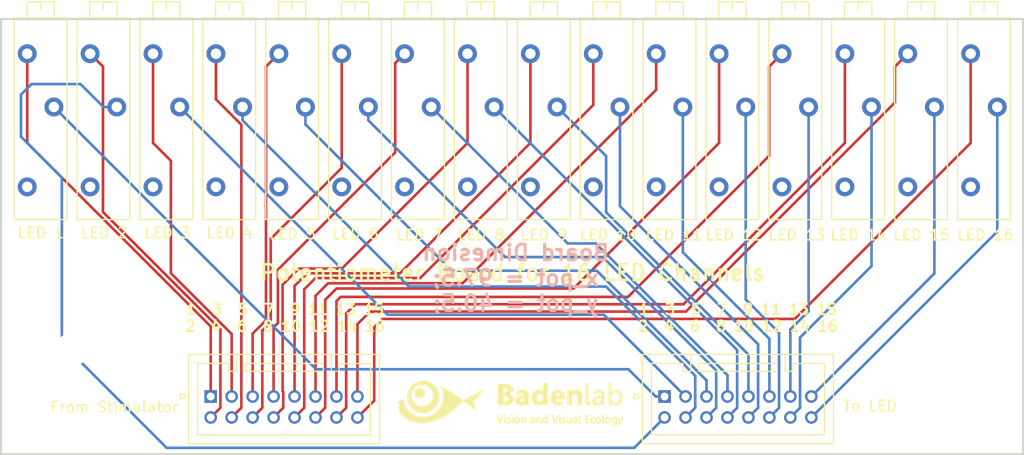
<source format=kicad_pcb>
(kicad_pcb (version 20171130) (host pcbnew "(5.1.12)-1")

  (general
    (thickness 1.6)
    (drawings 8)
    (tracks 172)
    (zones 0)
    (modules 21)
    (nets 49)
  )

  (page A4)
  (layers
    (0 F.Cu signal)
    (31 B.Cu signal)
    (32 B.Adhes user hide)
    (33 F.Adhes user hide)
    (34 B.Paste user hide)
    (35 F.Paste user hide)
    (36 B.SilkS user hide)
    (37 F.SilkS user hide)
    (38 B.Mask user hide)
    (39 F.Mask user hide)
    (40 Dwgs.User user hide)
    (41 Cmts.User user hide)
    (42 Eco1.User user hide)
    (43 Eco2.User user hide)
    (44 Edge.Cuts user)
    (45 Margin user hide)
    (46 B.CrtYd user hide)
    (47 F.CrtYd user hide)
    (48 B.Fab user hide)
    (49 F.Fab user hide)
  )

  (setup
    (last_trace_width 0.25)
    (trace_clearance 0.2)
    (zone_clearance 0.508)
    (zone_45_only no)
    (trace_min 0.2)
    (via_size 0.8)
    (via_drill 0.4)
    (via_min_size 0.4)
    (via_min_drill 0.3)
    (uvia_size 0.3)
    (uvia_drill 0.1)
    (uvias_allowed no)
    (uvia_min_size 0.2)
    (uvia_min_drill 0.1)
    (edge_width 0.15)
    (segment_width 0.2)
    (pcb_text_width 0.3)
    (pcb_text_size 1.5 1.5)
    (mod_edge_width 0.15)
    (mod_text_size 1 1)
    (mod_text_width 0.15)
    (pad_size 1.524 1.524)
    (pad_drill 0.762)
    (pad_to_mask_clearance 0.2)
    (aux_axis_origin 0 0)
    (visible_elements 7FFFFFFF)
    (pcbplotparams
      (layerselection 0x3ffff_ffffffff)
      (usegerberextensions false)
      (usegerberattributes false)
      (usegerberadvancedattributes false)
      (creategerberjobfile false)
      (excludeedgelayer true)
      (linewidth 0.100000)
      (plotframeref false)
      (viasonmask false)
      (mode 1)
      (useauxorigin false)
      (hpglpennumber 1)
      (hpglpenspeed 20)
      (hpglpendiameter 15.000000)
      (psnegative false)
      (psa4output false)
      (plotreference true)
      (plotvalue true)
      (plotinvisibletext false)
      (padsonsilk false)
      (subtractmaskfromsilk false)
      (outputformat 1)
      (mirror false)
      (drillshape 0)
      (scaleselection 1)
      (outputdirectory ""))
  )

  (net 0 "")
  (net 1 "Net-(J1-Pad1)")
  (net 2 "Net-(J1-Pad2)")
  (net 3 "Net-(J1-Pad3)")
  (net 4 "Net-(J1-Pad4)")
  (net 5 "Net-(J2-Pad4)")
  (net 6 "Net-(J2-Pad3)")
  (net 7 "Net-(J2-Pad2)")
  (net 8 "Net-(J2-Pad1)")
  (net 9 "Net-(RV1-Pad1)")
  (net 10 "Net-(RV2-Pad1)")
  (net 11 "Net-(RV3-Pad1)")
  (net 12 "Net-(RV4-Pad1)")
  (net 13 "Net-(J1-Pad16)")
  (net 14 "Net-(J1-Pad14)")
  (net 15 "Net-(J1-Pad12)")
  (net 16 "Net-(J1-Pad10)")
  (net 17 "Net-(J1-Pad8)")
  (net 18 "Net-(J1-Pad6)")
  (net 19 "Net-(J1-Pad15)")
  (net 20 "Net-(J1-Pad13)")
  (net 21 "Net-(J1-Pad11)")
  (net 22 "Net-(J1-Pad9)")
  (net 23 "Net-(J1-Pad7)")
  (net 24 "Net-(J1-Pad5)")
  (net 25 "Net-(J2-Pad5)")
  (net 26 "Net-(J2-Pad7)")
  (net 27 "Net-(J2-Pad9)")
  (net 28 "Net-(J2-Pad11)")
  (net 29 "Net-(J2-Pad13)")
  (net 30 "Net-(J2-Pad15)")
  (net 31 "Net-(J2-Pad6)")
  (net 32 "Net-(J2-Pad8)")
  (net 33 "Net-(J2-Pad10)")
  (net 34 "Net-(J2-Pad12)")
  (net 35 "Net-(J2-Pad14)")
  (net 36 "Net-(J2-Pad16)")
  (net 37 "Net-(RV5-Pad1)")
  (net 38 "Net-(RV6-Pad1)")
  (net 39 "Net-(RV7-Pad1)")
  (net 40 "Net-(RV8-Pad1)")
  (net 41 "Net-(RV9-Pad1)")
  (net 42 "Net-(RV10-Pad1)")
  (net 43 "Net-(RV11-Pad1)")
  (net 44 "Net-(RV12-Pad1)")
  (net 45 "Net-(RV13-Pad1)")
  (net 46 "Net-(RV14-Pad1)")
  (net 47 "Net-(RV15-Pad1)")
  (net 48 "Net-(RV16-Pad1)")

  (net_class Default "This is the default net class."
    (clearance 0.2)
    (trace_width 0.25)
    (via_dia 0.8)
    (via_drill 0.4)
    (uvia_dia 0.3)
    (uvia_drill 0.1)
    (add_net "Net-(J1-Pad1)")
    (add_net "Net-(J1-Pad10)")
    (add_net "Net-(J1-Pad11)")
    (add_net "Net-(J1-Pad12)")
    (add_net "Net-(J1-Pad13)")
    (add_net "Net-(J1-Pad14)")
    (add_net "Net-(J1-Pad15)")
    (add_net "Net-(J1-Pad16)")
    (add_net "Net-(J1-Pad2)")
    (add_net "Net-(J1-Pad3)")
    (add_net "Net-(J1-Pad4)")
    (add_net "Net-(J1-Pad5)")
    (add_net "Net-(J1-Pad6)")
    (add_net "Net-(J1-Pad7)")
    (add_net "Net-(J1-Pad8)")
    (add_net "Net-(J1-Pad9)")
    (add_net "Net-(J2-Pad1)")
    (add_net "Net-(J2-Pad10)")
    (add_net "Net-(J2-Pad11)")
    (add_net "Net-(J2-Pad12)")
    (add_net "Net-(J2-Pad13)")
    (add_net "Net-(J2-Pad14)")
    (add_net "Net-(J2-Pad15)")
    (add_net "Net-(J2-Pad16)")
    (add_net "Net-(J2-Pad2)")
    (add_net "Net-(J2-Pad3)")
    (add_net "Net-(J2-Pad4)")
    (add_net "Net-(J2-Pad5)")
    (add_net "Net-(J2-Pad6)")
    (add_net "Net-(J2-Pad7)")
    (add_net "Net-(J2-Pad8)")
    (add_net "Net-(J2-Pad9)")
    (add_net "Net-(RV1-Pad1)")
    (add_net "Net-(RV10-Pad1)")
    (add_net "Net-(RV11-Pad1)")
    (add_net "Net-(RV12-Pad1)")
    (add_net "Net-(RV13-Pad1)")
    (add_net "Net-(RV14-Pad1)")
    (add_net "Net-(RV15-Pad1)")
    (add_net "Net-(RV16-Pad1)")
    (add_net "Net-(RV2-Pad1)")
    (add_net "Net-(RV3-Pad1)")
    (add_net "Net-(RV4-Pad1)")
    (add_net "Net-(RV5-Pad1)")
    (add_net "Net-(RV6-Pad1)")
    (add_net "Net-(RV7-Pad1)")
    (add_net "Net-(RV8-Pad1)")
    (add_net "Net-(RV9-Pad1)")
  )

  (module Potentiometer_THT:Potentiometer_Vishay_43_Horizontal (layer F.Cu) (tedit 5C757E1C) (tstamp 5C75E94B)
    (at 80 60 270)
    (descr "Potentiometer, horizontal, Vishay 43, http://www.vishay.com/docs/57026/43.pdf")
    (tags "Potentiometer horizontal Vishay 43")
    (path /5C758143)
    (fp_text reference " LED 11" (at 4.6 -1.3) (layer F.SilkS)
      (effects (font (size 1 1) (thickness 0.15)))
    )
    (fp_text value R_POT_TRIM (at -7.26 2.38 270) (layer F.Fab)
      (effects (font (size 1 1) (thickness 0.15)))
    )
    (fp_line (start 3.25 -3.95) (end -17.8 -3.95) (layer F.CrtYd) (width 0.05))
    (fp_line (start 3.25 1.4) (end 3.25 -3.95) (layer F.CrtYd) (width 0.05))
    (fp_line (start -17.8 1.4) (end 3.25 1.4) (layer F.CrtYd) (width 0.05))
    (fp_line (start -17.8 -3.95) (end -17.8 1.4) (layer F.CrtYd) (width 0.05))
    (fp_line (start -17.64 -1.27) (end -16.881 -1.27) (layer F.SilkS) (width 0.12))
    (fp_line (start -16.121 -2.57) (end -16.121 0.03) (layer F.SilkS) (width 0.12))
    (fp_line (start -17.64 -2.57) (end -17.64 0.03) (layer F.SilkS) (width 0.12))
    (fp_line (start -17.64 0.03) (end -16.121 0.03) (layer F.SilkS) (width 0.12))
    (fp_line (start -17.64 -2.57) (end -16.121 -2.57) (layer F.SilkS) (width 0.12))
    (fp_line (start 3.12 -3.79) (end 3.12 1.25) (layer F.SilkS) (width 0.12))
    (fp_line (start -16.12 -3.79) (end -16.12 1.25) (layer F.SilkS) (width 0.12))
    (fp_line (start -16.12 1.25) (end 3.12 1.25) (layer F.SilkS) (width 0.12))
    (fp_line (start -16.12 -3.79) (end 3.12 -3.79) (layer F.SilkS) (width 0.12))
    (fp_line (start -17.52 -1.27) (end -16.76 -1.27) (layer F.Fab) (width 0.1))
    (fp_line (start -16 -2.45) (end -17.52 -2.45) (layer F.Fab) (width 0.1))
    (fp_line (start -16 -0.09) (end -16 -2.45) (layer F.Fab) (width 0.1))
    (fp_line (start -17.52 -0.09) (end -16 -0.09) (layer F.Fab) (width 0.1))
    (fp_line (start -17.52 -2.45) (end -17.52 -0.09) (layer F.Fab) (width 0.1))
    (fp_line (start 3 -3.67) (end -16 -3.67) (layer F.Fab) (width 0.1))
    (fp_line (start 3 1.13) (end 3 -3.67) (layer F.Fab) (width 0.1))
    (fp_line (start -16 1.13) (end 3 1.13) (layer F.Fab) (width 0.1))
    (fp_line (start -16 -3.67) (end -16 1.13) (layer F.Fab) (width 0.1))
    (fp_text user %R (at -6.5 -1.27 270) (layer F.Fab)
      (effects (font (size 1 1) (thickness 0.15)))
    )
    (pad 1 thru_hole circle (at 0 0 270) (size 1.8 1.8) (drill 1) (layers *.Cu *.Mask)
      (net 43 "Net-(RV11-Pad1)"))
    (pad 2 thru_hole circle (at -7.62 -2.54 270) (size 1.8 1.8) (drill 1) (layers *.Cu *.Mask)
      (net 28 "Net-(J2-Pad11)"))
    (pad 3 thru_hole circle (at -12.7 0 270) (size 1.8 1.8) (drill 1) (layers *.Cu *.Mask)
      (net 21 "Net-(J1-Pad11)"))
    (model ${KISYS3DMOD}/Potentiometer_THT.3dshapes/Potentiometer_Vishay_43_Horizontal.wrl
      (at (xyz 0 0 0))
      (scale (xyz 1 1 1))
      (rotate (xyz 0 0 0))
    )
  )

  (module MountingHole:MountingHole_3.2mm_M3 (layer F.Cu) (tedit 5C764F3B) (tstamp 5C765A37)
    (at 108.3 75.5)
    (descr "Mounting Hole 3.2mm, no annular, M3")
    (tags "mounting hole 3.2mm no annular m3")
    (attr virtual)
    (fp_text reference "" (at 0 -4.2) (layer F.SilkS)
      (effects (font (size 1 1) (thickness 0.15)))
    )
    (fp_text value "" (at 0 4.2) (layer F.Fab)
      (effects (font (size 1 1) (thickness 0.15)))
    )
    (fp_circle (center 0 0) (end 3.45 0) (layer F.CrtYd) (width 0.05))
    (fp_circle (center 0 0) (end 3.2 0) (layer Cmts.User) (width 0.15))
    (fp_text user %R (at 0.3 0) (layer F.Fab)
      (effects (font (size 1 1) (thickness 0.15)))
    )
    (pad 1 np_thru_hole circle (at 0 0) (size 3.2 3.2) (drill 3.2) (layers *.Cu *.Mask))
  )

  (module MountingHole:MountingHole_3.2mm_M3 (layer F.Cu) (tedit 5C764F36) (tstamp 5C765A2E)
    (at 24.3 75.5)
    (descr "Mounting Hole 3.2mm, no annular, M3")
    (tags "mounting hole 3.2mm no annular m3")
    (attr virtual)
    (fp_text reference "" (at 0 -4.2) (layer F.SilkS)
      (effects (font (size 1 1) (thickness 0.15)))
    )
    (fp_text value "" (at 0 4.2) (layer F.Fab)
      (effects (font (size 1 1) (thickness 0.15)))
    )
    (fp_circle (center 0 0) (end 3.45 0) (layer F.CrtYd) (width 0.05))
    (fp_circle (center 0 0) (end 3.2 0) (layer Cmts.User) (width 0.15))
    (fp_text user %R (at 0.3 0) (layer F.Fab)
      (effects (font (size 1 1) (thickness 0.15)))
    )
    (pad 1 np_thru_hole circle (at 0 0) (size 3.2 3.2) (drill 3.2) (layers *.Cu *.Mask))
  )

  (module Potentiometer_THT:Potentiometer_Vishay_43_Horizontal (layer F.Cu) (tedit 5C756EAB) (tstamp 5C75DC01)
    (at 20 60 270)
    (descr "Potentiometer, horizontal, Vishay 43, http://www.vishay.com/docs/57026/43.pdf")
    (tags "Potentiometer horizontal Vishay 43")
    (path /5C756AE9)
    (fp_text reference "LED 1" (at 4.4 -1.3) (layer F.SilkS)
      (effects (font (size 1 1) (thickness 0.15)))
    )
    (fp_text value "" (at -7.26 2.38 270) (layer F.Fab)
      (effects (font (size 1 1) (thickness 0.15)))
    )
    (fp_line (start -16 -3.67) (end -16 1.13) (layer F.Fab) (width 0.1))
    (fp_line (start -16 1.13) (end 3 1.13) (layer F.Fab) (width 0.1))
    (fp_line (start 3 1.13) (end 3 -3.67) (layer F.Fab) (width 0.1))
    (fp_line (start 3 -3.67) (end -16 -3.67) (layer F.Fab) (width 0.1))
    (fp_line (start -17.52 -2.45) (end -17.52 -0.09) (layer F.Fab) (width 0.1))
    (fp_line (start -17.52 -0.09) (end -16 -0.09) (layer F.Fab) (width 0.1))
    (fp_line (start -16 -0.09) (end -16 -2.45) (layer F.Fab) (width 0.1))
    (fp_line (start -16 -2.45) (end -17.52 -2.45) (layer F.Fab) (width 0.1))
    (fp_line (start -17.52 -1.27) (end -16.76 -1.27) (layer F.Fab) (width 0.1))
    (fp_line (start -16.12 -3.79) (end 3.12 -3.79) (layer F.SilkS) (width 0.12))
    (fp_line (start -16.12 1.25) (end 3.12 1.25) (layer F.SilkS) (width 0.12))
    (fp_line (start -16.12 -3.79) (end -16.12 1.25) (layer F.SilkS) (width 0.12))
    (fp_line (start 3.12 -3.79) (end 3.12 1.25) (layer F.SilkS) (width 0.12))
    (fp_line (start -17.64 -2.57) (end -16.121 -2.57) (layer F.SilkS) (width 0.12))
    (fp_line (start -17.64 0.03) (end -16.121 0.03) (layer F.SilkS) (width 0.12))
    (fp_line (start -17.64 -2.57) (end -17.64 0.03) (layer F.SilkS) (width 0.12))
    (fp_line (start -16.121 -2.57) (end -16.121 0.03) (layer F.SilkS) (width 0.12))
    (fp_line (start -17.64 -1.27) (end -16.881 -1.27) (layer F.SilkS) (width 0.12))
    (fp_line (start -17.8 -3.95) (end -17.8 1.4) (layer F.CrtYd) (width 0.05))
    (fp_line (start -17.8 1.4) (end 3.25 1.4) (layer F.CrtYd) (width 0.05))
    (fp_line (start 3.25 1.4) (end 3.25 -3.95) (layer F.CrtYd) (width 0.05))
    (fp_line (start 3.25 -3.95) (end -17.8 -3.95) (layer F.CrtYd) (width 0.05))
    (fp_text user %R (at -6.5 -1.27 270) (layer F.Fab)
      (effects (font (size 1 1) (thickness 0.15)))
    )
    (pad 3 thru_hole circle (at -12.7 0 270) (size 1.8 1.8) (drill 1) (layers *.Cu *.Mask)
      (net 1 "Net-(J1-Pad1)"))
    (pad 2 thru_hole circle (at -7.62 -2.54 270) (size 1.8 1.8) (drill 1) (layers *.Cu *.Mask)
      (net 8 "Net-(J2-Pad1)"))
    (pad 1 thru_hole circle (at 0 0 270) (size 1.8 1.8) (drill 1) (layers *.Cu *.Mask)
      (net 9 "Net-(RV1-Pad1)"))
    (model ${KISYS3DMOD}/Potentiometer_THT.3dshapes/Potentiometer_Vishay_43_Horizontal.wrl
      (at (xyz 0 0 0))
      (scale (xyz 1 1 1))
      (rotate (xyz 0 0 0))
    )
  )

  (module Potentiometer_THT:Potentiometer_Vishay_43_Horizontal (layer F.Cu) (tedit 5C756EB5) (tstamp 5C75DC1F)
    (at 26 60 270)
    (descr "Potentiometer, horizontal, Vishay 43, http://www.vishay.com/docs/57026/43.pdf")
    (tags "Potentiometer horizontal Vishay 43")
    (path /5C756AAB)
    (fp_text reference "LED 2" (at 4.4 -1.34) (layer F.SilkS)
      (effects (font (size 1 1) (thickness 0.15)))
    )
    (fp_text value "" (at -7.26 2.38 270) (layer F.Fab)
      (effects (font (size 1 1) (thickness 0.15)))
    )
    (fp_line (start 3.25 -3.95) (end -17.8 -3.95) (layer F.CrtYd) (width 0.05))
    (fp_line (start 3.25 1.4) (end 3.25 -3.95) (layer F.CrtYd) (width 0.05))
    (fp_line (start -17.8 1.4) (end 3.25 1.4) (layer F.CrtYd) (width 0.05))
    (fp_line (start -17.8 -3.95) (end -17.8 1.4) (layer F.CrtYd) (width 0.05))
    (fp_line (start -17.64 -1.27) (end -16.881 -1.27) (layer F.SilkS) (width 0.12))
    (fp_line (start -16.121 -2.57) (end -16.121 0.03) (layer F.SilkS) (width 0.12))
    (fp_line (start -17.64 -2.57) (end -17.64 0.03) (layer F.SilkS) (width 0.12))
    (fp_line (start -17.64 0.03) (end -16.121 0.03) (layer F.SilkS) (width 0.12))
    (fp_line (start -17.64 -2.57) (end -16.121 -2.57) (layer F.SilkS) (width 0.12))
    (fp_line (start 3.12 -3.79) (end 3.12 1.25) (layer F.SilkS) (width 0.12))
    (fp_line (start -16.12 -3.79) (end -16.12 1.25) (layer F.SilkS) (width 0.12))
    (fp_line (start -16.12 1.25) (end 3.12 1.25) (layer F.SilkS) (width 0.12))
    (fp_line (start -16.12 -3.79) (end 3.12 -3.79) (layer F.SilkS) (width 0.12))
    (fp_line (start -17.52 -1.27) (end -16.76 -1.27) (layer F.Fab) (width 0.1))
    (fp_line (start -16 -2.45) (end -17.52 -2.45) (layer F.Fab) (width 0.1))
    (fp_line (start -16 -0.09) (end -16 -2.45) (layer F.Fab) (width 0.1))
    (fp_line (start -17.52 -0.09) (end -16 -0.09) (layer F.Fab) (width 0.1))
    (fp_line (start -17.52 -2.45) (end -17.52 -0.09) (layer F.Fab) (width 0.1))
    (fp_line (start 3 -3.67) (end -16 -3.67) (layer F.Fab) (width 0.1))
    (fp_line (start 3 1.13) (end 3 -3.67) (layer F.Fab) (width 0.1))
    (fp_line (start -16 1.13) (end 3 1.13) (layer F.Fab) (width 0.1))
    (fp_line (start -16 -3.67) (end -16 1.13) (layer F.Fab) (width 0.1))
    (fp_text user %R (at -6.5 -1.27 270) (layer F.Fab)
      (effects (font (size 1 1) (thickness 0.15)))
    )
    (pad 1 thru_hole circle (at 0 0 270) (size 1.8 1.8) (drill 1) (layers *.Cu *.Mask)
      (net 10 "Net-(RV2-Pad1)"))
    (pad 2 thru_hole circle (at -7.62 -2.54 270) (size 1.8 1.8) (drill 1) (layers *.Cu *.Mask)
      (net 7 "Net-(J2-Pad2)"))
    (pad 3 thru_hole circle (at -12.7 0 270) (size 1.8 1.8) (drill 1) (layers *.Cu *.Mask)
      (net 2 "Net-(J1-Pad2)"))
    (model ${KISYS3DMOD}/Potentiometer_THT.3dshapes/Potentiometer_Vishay_43_Horizontal.wrl
      (at (xyz 0 0 0))
      (scale (xyz 1 1 1))
      (rotate (xyz 0 0 0))
    )
  )

  (module Potentiometer_THT:Potentiometer_Vishay_43_Horizontal (layer F.Cu) (tedit 5C756EDA) (tstamp 5C75DC3D)
    (at 32 60 270)
    (descr "Potentiometer, horizontal, Vishay 43, http://www.vishay.com/docs/57026/43.pdf")
    (tags "Potentiometer horizontal Vishay 43")
    (path /5C756A65)
    (fp_text reference "LED 3" (at 4.4 -1.38) (layer F.SilkS)
      (effects (font (size 1 1) (thickness 0.15)))
    )
    (fp_text value "" (at -7.26 2.38 270) (layer F.Fab)
      (effects (font (size 1 1) (thickness 0.15)))
    )
    (fp_line (start -16 -3.67) (end -16 1.13) (layer F.Fab) (width 0.1))
    (fp_line (start -16 1.13) (end 3 1.13) (layer F.Fab) (width 0.1))
    (fp_line (start 3 1.13) (end 3 -3.67) (layer F.Fab) (width 0.1))
    (fp_line (start 3 -3.67) (end -16 -3.67) (layer F.Fab) (width 0.1))
    (fp_line (start -17.52 -2.45) (end -17.52 -0.09) (layer F.Fab) (width 0.1))
    (fp_line (start -17.52 -0.09) (end -16 -0.09) (layer F.Fab) (width 0.1))
    (fp_line (start -16 -0.09) (end -16 -2.45) (layer F.Fab) (width 0.1))
    (fp_line (start -16 -2.45) (end -17.52 -2.45) (layer F.Fab) (width 0.1))
    (fp_line (start -17.52 -1.27) (end -16.76 -1.27) (layer F.Fab) (width 0.1))
    (fp_line (start -16.12 -3.79) (end 3.12 -3.79) (layer F.SilkS) (width 0.12))
    (fp_line (start -16.12 1.25) (end 3.12 1.25) (layer F.SilkS) (width 0.12))
    (fp_line (start -16.12 -3.79) (end -16.12 1.25) (layer F.SilkS) (width 0.12))
    (fp_line (start 3.12 -3.79) (end 3.12 1.25) (layer F.SilkS) (width 0.12))
    (fp_line (start -17.64 -2.57) (end -16.121 -2.57) (layer F.SilkS) (width 0.12))
    (fp_line (start -17.64 0.03) (end -16.121 0.03) (layer F.SilkS) (width 0.12))
    (fp_line (start -17.64 -2.57) (end -17.64 0.03) (layer F.SilkS) (width 0.12))
    (fp_line (start -16.121 -2.57) (end -16.121 0.03) (layer F.SilkS) (width 0.12))
    (fp_line (start -17.64 -1.27) (end -16.881 -1.27) (layer F.SilkS) (width 0.12))
    (fp_line (start -17.8 -3.95) (end -17.8 1.4) (layer F.CrtYd) (width 0.05))
    (fp_line (start -17.8 1.4) (end 3.25 1.4) (layer F.CrtYd) (width 0.05))
    (fp_line (start 3.25 1.4) (end 3.25 -3.95) (layer F.CrtYd) (width 0.05))
    (fp_line (start 3.25 -3.95) (end -17.8 -3.95) (layer F.CrtYd) (width 0.05))
    (fp_text user %R (at -6.5 -1.27 270) (layer F.Fab)
      (effects (font (size 1 1) (thickness 0.15)))
    )
    (pad 3 thru_hole circle (at -12.7 0 270) (size 1.8 1.8) (drill 1) (layers *.Cu *.Mask)
      (net 3 "Net-(J1-Pad3)"))
    (pad 2 thru_hole circle (at -7.62 -2.54 270) (size 1.8 1.8) (drill 1) (layers *.Cu *.Mask)
      (net 6 "Net-(J2-Pad3)"))
    (pad 1 thru_hole circle (at 0 0 270) (size 1.8 1.8) (drill 1) (layers *.Cu *.Mask)
      (net 11 "Net-(RV3-Pad1)"))
    (model ${KISYS3DMOD}/Potentiometer_THT.3dshapes/Potentiometer_Vishay_43_Horizontal.wrl
      (at (xyz 0 0 0))
      (scale (xyz 1 1 1))
      (rotate (xyz 0 0 0))
    )
  )

  (module Potentiometer_THT:Potentiometer_Vishay_43_Horizontal (layer F.Cu) (tedit 5C756EE4) (tstamp 5C75DC5B)
    (at 38 60 270)
    (descr "Potentiometer, horizontal, Vishay 43, http://www.vishay.com/docs/57026/43.pdf")
    (tags "Potentiometer horizontal Vishay 43")
    (path /5C756885)
    (fp_text reference "LED 4" (at 4.4 -1.32) (layer F.SilkS)
      (effects (font (size 1 1) (thickness 0.15)))
    )
    (fp_text value "" (at -7.26 2.38 270) (layer F.Fab)
      (effects (font (size 1 1) (thickness 0.15)))
    )
    (fp_line (start 3.25 -3.95) (end -17.8 -3.95) (layer F.CrtYd) (width 0.05))
    (fp_line (start 3.25 1.4) (end 3.25 -3.95) (layer F.CrtYd) (width 0.05))
    (fp_line (start -17.8 1.4) (end 3.25 1.4) (layer F.CrtYd) (width 0.05))
    (fp_line (start -17.8 -3.95) (end -17.8 1.4) (layer F.CrtYd) (width 0.05))
    (fp_line (start -17.64 -1.27) (end -16.881 -1.27) (layer F.SilkS) (width 0.12))
    (fp_line (start -16.121 -2.57) (end -16.121 0.03) (layer F.SilkS) (width 0.12))
    (fp_line (start -17.64 -2.57) (end -17.64 0.03) (layer F.SilkS) (width 0.12))
    (fp_line (start -17.64 0.03) (end -16.121 0.03) (layer F.SilkS) (width 0.12))
    (fp_line (start -17.64 -2.57) (end -16.121 -2.57) (layer F.SilkS) (width 0.12))
    (fp_line (start 3.12 -3.79) (end 3.12 1.25) (layer F.SilkS) (width 0.12))
    (fp_line (start -16.12 -3.79) (end -16.12 1.25) (layer F.SilkS) (width 0.12))
    (fp_line (start -16.12 1.25) (end 3.12 1.25) (layer F.SilkS) (width 0.12))
    (fp_line (start -16.12 -3.79) (end 3.12 -3.79) (layer F.SilkS) (width 0.12))
    (fp_line (start -17.52 -1.27) (end -16.76 -1.27) (layer F.Fab) (width 0.1))
    (fp_line (start -16 -2.45) (end -17.52 -2.45) (layer F.Fab) (width 0.1))
    (fp_line (start -16 -0.09) (end -16 -2.45) (layer F.Fab) (width 0.1))
    (fp_line (start -17.52 -0.09) (end -16 -0.09) (layer F.Fab) (width 0.1))
    (fp_line (start -17.52 -2.45) (end -17.52 -0.09) (layer F.Fab) (width 0.1))
    (fp_line (start 3 -3.67) (end -16 -3.67) (layer F.Fab) (width 0.1))
    (fp_line (start 3 1.13) (end 3 -3.67) (layer F.Fab) (width 0.1))
    (fp_line (start -16 1.13) (end 3 1.13) (layer F.Fab) (width 0.1))
    (fp_line (start -16 -3.67) (end -16 1.13) (layer F.Fab) (width 0.1))
    (fp_text user %R (at -6.5 -1.27 270) (layer F.Fab)
      (effects (font (size 1 1) (thickness 0.15)))
    )
    (pad 1 thru_hole circle (at 0 0 270) (size 1.8 1.8) (drill 1) (layers *.Cu *.Mask)
      (net 12 "Net-(RV4-Pad1)"))
    (pad 2 thru_hole circle (at -7.62 -2.54 270) (size 1.8 1.8) (drill 1) (layers *.Cu *.Mask)
      (net 5 "Net-(J2-Pad4)"))
    (pad 3 thru_hole circle (at -12.7 0 270) (size 1.8 1.8) (drill 1) (layers *.Cu *.Mask)
      (net 4 "Net-(J1-Pad4)"))
    (model ${KISYS3DMOD}/Potentiometer_THT.3dshapes/Potentiometer_Vishay_43_Horizontal.wrl
      (at (xyz 0 0 0))
      (scale (xyz 1 1 1))
      (rotate (xyz 0 0 0))
    )
  )

  (module Potentiometer_THT:Potentiometer_Vishay_43_Horizontal (layer F.Cu) (tedit 5C757DAE) (tstamp 5C75E897)
    (at 44 60 270)
    (descr "Potentiometer, horizontal, Vishay 43, http://www.vishay.com/docs/57026/43.pdf")
    (tags "Potentiometer horizontal Vishay 43")
    (path /5C758010)
    (fp_text reference "LED 5" (at 4.5 -1.3) (layer F.SilkS)
      (effects (font (size 1 1) (thickness 0.15)))
    )
    (fp_text value R_POT_TRIM (at -7.26 2.38 270) (layer F.Fab)
      (effects (font (size 1 1) (thickness 0.15)))
    )
    (fp_line (start 3.25 -3.95) (end -17.8 -3.95) (layer F.CrtYd) (width 0.05))
    (fp_line (start 3.25 1.4) (end 3.25 -3.95) (layer F.CrtYd) (width 0.05))
    (fp_line (start -17.8 1.4) (end 3.25 1.4) (layer F.CrtYd) (width 0.05))
    (fp_line (start -17.8 -3.95) (end -17.8 1.4) (layer F.CrtYd) (width 0.05))
    (fp_line (start -17.64 -1.27) (end -16.881 -1.27) (layer F.SilkS) (width 0.12))
    (fp_line (start -16.121 -2.57) (end -16.121 0.03) (layer F.SilkS) (width 0.12))
    (fp_line (start -17.64 -2.57) (end -17.64 0.03) (layer F.SilkS) (width 0.12))
    (fp_line (start -17.64 0.03) (end -16.121 0.03) (layer F.SilkS) (width 0.12))
    (fp_line (start -17.64 -2.57) (end -16.121 -2.57) (layer F.SilkS) (width 0.12))
    (fp_line (start 3.12 -3.79) (end 3.12 1.25) (layer F.SilkS) (width 0.12))
    (fp_line (start -16.12 -3.79) (end -16.12 1.25) (layer F.SilkS) (width 0.12))
    (fp_line (start -16.12 1.25) (end 3.12 1.25) (layer F.SilkS) (width 0.12))
    (fp_line (start -16.12 -3.79) (end 3.12 -3.79) (layer F.SilkS) (width 0.12))
    (fp_line (start -17.52 -1.27) (end -16.76 -1.27) (layer F.Fab) (width 0.1))
    (fp_line (start -16 -2.45) (end -17.52 -2.45) (layer F.Fab) (width 0.1))
    (fp_line (start -16 -0.09) (end -16 -2.45) (layer F.Fab) (width 0.1))
    (fp_line (start -17.52 -0.09) (end -16 -0.09) (layer F.Fab) (width 0.1))
    (fp_line (start -17.52 -2.45) (end -17.52 -0.09) (layer F.Fab) (width 0.1))
    (fp_line (start 3 -3.67) (end -16 -3.67) (layer F.Fab) (width 0.1))
    (fp_line (start 3 1.13) (end 3 -3.67) (layer F.Fab) (width 0.1))
    (fp_line (start -16 1.13) (end 3 1.13) (layer F.Fab) (width 0.1))
    (fp_line (start -16 -3.67) (end -16 1.13) (layer F.Fab) (width 0.1))
    (fp_text user %R (at -6.5 -1.27 270) (layer F.Fab)
      (effects (font (size 1 1) (thickness 0.15)))
    )
    (pad 1 thru_hole circle (at 0 0 270) (size 1.8 1.8) (drill 1) (layers *.Cu *.Mask)
      (net 37 "Net-(RV5-Pad1)"))
    (pad 2 thru_hole circle (at -7.62 -2.54 270) (size 1.8 1.8) (drill 1) (layers *.Cu *.Mask)
      (net 25 "Net-(J2-Pad5)"))
    (pad 3 thru_hole circle (at -12.7 0 270) (size 1.8 1.8) (drill 1) (layers *.Cu *.Mask)
      (net 24 "Net-(J1-Pad5)"))
    (model ${KISYS3DMOD}/Potentiometer_THT.3dshapes/Potentiometer_Vishay_43_Horizontal.wrl
      (at (xyz 0 0 0))
      (scale (xyz 1 1 1))
      (rotate (xyz 0 0 0))
    )
  )

  (module Potentiometer_THT:Potentiometer_Vishay_43_Horizontal (layer F.Cu) (tedit 5C757DD0) (tstamp 5C75E8B5)
    (at 50 60 270)
    (descr "Potentiometer, horizontal, Vishay 43, http://www.vishay.com/docs/57026/43.pdf")
    (tags "Potentiometer horizontal Vishay 43")
    (path /5C758032)
    (fp_text reference "LED 6" (at 4.5 -1.3) (layer F.SilkS)
      (effects (font (size 1 1) (thickness 0.15)))
    )
    (fp_text value R_POT_TRIM (at -7.26 2.38 270) (layer F.Fab)
      (effects (font (size 1 1) (thickness 0.15)))
    )
    (fp_line (start -16 -3.67) (end -16 1.13) (layer F.Fab) (width 0.1))
    (fp_line (start -16 1.13) (end 3 1.13) (layer F.Fab) (width 0.1))
    (fp_line (start 3 1.13) (end 3 -3.67) (layer F.Fab) (width 0.1))
    (fp_line (start 3 -3.67) (end -16 -3.67) (layer F.Fab) (width 0.1))
    (fp_line (start -17.52 -2.45) (end -17.52 -0.09) (layer F.Fab) (width 0.1))
    (fp_line (start -17.52 -0.09) (end -16 -0.09) (layer F.Fab) (width 0.1))
    (fp_line (start -16 -0.09) (end -16 -2.45) (layer F.Fab) (width 0.1))
    (fp_line (start -16 -2.45) (end -17.52 -2.45) (layer F.Fab) (width 0.1))
    (fp_line (start -17.52 -1.27) (end -16.76 -1.27) (layer F.Fab) (width 0.1))
    (fp_line (start -16.12 -3.79) (end 3.12 -3.79) (layer F.SilkS) (width 0.12))
    (fp_line (start -16.12 1.25) (end 3.12 1.25) (layer F.SilkS) (width 0.12))
    (fp_line (start -16.12 -3.79) (end -16.12 1.25) (layer F.SilkS) (width 0.12))
    (fp_line (start 3.12 -3.79) (end 3.12 1.25) (layer F.SilkS) (width 0.12))
    (fp_line (start -17.64 -2.57) (end -16.121 -2.57) (layer F.SilkS) (width 0.12))
    (fp_line (start -17.64 0.03) (end -16.121 0.03) (layer F.SilkS) (width 0.12))
    (fp_line (start -17.64 -2.57) (end -17.64 0.03) (layer F.SilkS) (width 0.12))
    (fp_line (start -16.121 -2.57) (end -16.121 0.03) (layer F.SilkS) (width 0.12))
    (fp_line (start -17.64 -1.27) (end -16.881 -1.27) (layer F.SilkS) (width 0.12))
    (fp_line (start -17.8 -3.95) (end -17.8 1.4) (layer F.CrtYd) (width 0.05))
    (fp_line (start -17.8 1.4) (end 3.25 1.4) (layer F.CrtYd) (width 0.05))
    (fp_line (start 3.25 1.4) (end 3.25 -3.95) (layer F.CrtYd) (width 0.05))
    (fp_line (start 3.25 -3.95) (end -17.8 -3.95) (layer F.CrtYd) (width 0.05))
    (fp_text user %R (at -6.5 -1.27 270) (layer F.Fab)
      (effects (font (size 1 1) (thickness 0.15)))
    )
    (pad 3 thru_hole circle (at -12.7 0 270) (size 1.8 1.8) (drill 1) (layers *.Cu *.Mask)
      (net 18 "Net-(J1-Pad6)"))
    (pad 2 thru_hole circle (at -7.62 -2.54 270) (size 1.8 1.8) (drill 1) (layers *.Cu *.Mask)
      (net 31 "Net-(J2-Pad6)"))
    (pad 1 thru_hole circle (at 0 0 270) (size 1.8 1.8) (drill 1) (layers *.Cu *.Mask)
      (net 38 "Net-(RV6-Pad1)"))
    (model ${KISYS3DMOD}/Potentiometer_THT.3dshapes/Potentiometer_Vishay_43_Horizontal.wrl
      (at (xyz 0 0 0))
      (scale (xyz 1 1 1))
      (rotate (xyz 0 0 0))
    )
  )

  (module Potentiometer_THT:Potentiometer_Vishay_43_Horizontal (layer F.Cu) (tedit 5C757DDC) (tstamp 5C75E8D3)
    (at 56 60 270)
    (descr "Potentiometer, horizontal, Vishay 43, http://www.vishay.com/docs/57026/43.pdf")
    (tags "Potentiometer horizontal Vishay 43")
    (path /5C758127)
    (fp_text reference "LED 7" (at 4.6 -1.4) (layer F.SilkS)
      (effects (font (size 1 1) (thickness 0.15)))
    )
    (fp_text value R_POT_TRIM (at -7.26 2.38 270) (layer F.Fab)
      (effects (font (size 1 1) (thickness 0.15)))
    )
    (fp_line (start 3.25 -3.95) (end -17.8 -3.95) (layer F.CrtYd) (width 0.05))
    (fp_line (start 3.25 1.4) (end 3.25 -3.95) (layer F.CrtYd) (width 0.05))
    (fp_line (start -17.8 1.4) (end 3.25 1.4) (layer F.CrtYd) (width 0.05))
    (fp_line (start -17.8 -3.95) (end -17.8 1.4) (layer F.CrtYd) (width 0.05))
    (fp_line (start -17.64 -1.27) (end -16.881 -1.27) (layer F.SilkS) (width 0.12))
    (fp_line (start -16.121 -2.57) (end -16.121 0.03) (layer F.SilkS) (width 0.12))
    (fp_line (start -17.64 -2.57) (end -17.64 0.03) (layer F.SilkS) (width 0.12))
    (fp_line (start -17.64 0.03) (end -16.121 0.03) (layer F.SilkS) (width 0.12))
    (fp_line (start -17.64 -2.57) (end -16.121 -2.57) (layer F.SilkS) (width 0.12))
    (fp_line (start 3.12 -3.79) (end 3.12 1.25) (layer F.SilkS) (width 0.12))
    (fp_line (start -16.12 -3.79) (end -16.12 1.25) (layer F.SilkS) (width 0.12))
    (fp_line (start -16.12 1.25) (end 3.12 1.25) (layer F.SilkS) (width 0.12))
    (fp_line (start -16.12 -3.79) (end 3.12 -3.79) (layer F.SilkS) (width 0.12))
    (fp_line (start -17.52 -1.27) (end -16.76 -1.27) (layer F.Fab) (width 0.1))
    (fp_line (start -16 -2.45) (end -17.52 -2.45) (layer F.Fab) (width 0.1))
    (fp_line (start -16 -0.09) (end -16 -2.45) (layer F.Fab) (width 0.1))
    (fp_line (start -17.52 -0.09) (end -16 -0.09) (layer F.Fab) (width 0.1))
    (fp_line (start -17.52 -2.45) (end -17.52 -0.09) (layer F.Fab) (width 0.1))
    (fp_line (start 3 -3.67) (end -16 -3.67) (layer F.Fab) (width 0.1))
    (fp_line (start 3 1.13) (end 3 -3.67) (layer F.Fab) (width 0.1))
    (fp_line (start -16 1.13) (end 3 1.13) (layer F.Fab) (width 0.1))
    (fp_line (start -16 -3.67) (end -16 1.13) (layer F.Fab) (width 0.1))
    (fp_text user %R (at -6.5 -1.27 270) (layer F.Fab)
      (effects (font (size 1 1) (thickness 0.15)))
    )
    (pad 1 thru_hole circle (at 0 0 270) (size 1.8 1.8) (drill 1) (layers *.Cu *.Mask)
      (net 39 "Net-(RV7-Pad1)"))
    (pad 2 thru_hole circle (at -7.62 -2.54 270) (size 1.8 1.8) (drill 1) (layers *.Cu *.Mask)
      (net 26 "Net-(J2-Pad7)"))
    (pad 3 thru_hole circle (at -12.7 0 270) (size 1.8 1.8) (drill 1) (layers *.Cu *.Mask)
      (net 23 "Net-(J1-Pad7)"))
    (model ${KISYS3DMOD}/Potentiometer_THT.3dshapes/Potentiometer_Vishay_43_Horizontal.wrl
      (at (xyz 0 0 0))
      (scale (xyz 1 1 1))
      (rotate (xyz 0 0 0))
    )
  )

  (module Potentiometer_THT:Potentiometer_Vishay_43_Horizontal (layer F.Cu) (tedit 5C757DEC) (tstamp 5C75E8F1)
    (at 62 60 270)
    (descr "Potentiometer, horizontal, Vishay 43, http://www.vishay.com/docs/57026/43.pdf")
    (tags "Potentiometer horizontal Vishay 43")
    (path /5C75812E)
    (fp_text reference "LED 8" (at 4.6 -1.3) (layer F.SilkS)
      (effects (font (size 1 1) (thickness 0.15)))
    )
    (fp_text value R_POT_TRIM (at -7.26 2.38 270) (layer F.Fab)
      (effects (font (size 1 1) (thickness 0.15)))
    )
    (fp_line (start -16 -3.67) (end -16 1.13) (layer F.Fab) (width 0.1))
    (fp_line (start -16 1.13) (end 3 1.13) (layer F.Fab) (width 0.1))
    (fp_line (start 3 1.13) (end 3 -3.67) (layer F.Fab) (width 0.1))
    (fp_line (start 3 -3.67) (end -16 -3.67) (layer F.Fab) (width 0.1))
    (fp_line (start -17.52 -2.45) (end -17.52 -0.09) (layer F.Fab) (width 0.1))
    (fp_line (start -17.52 -0.09) (end -16 -0.09) (layer F.Fab) (width 0.1))
    (fp_line (start -16 -0.09) (end -16 -2.45) (layer F.Fab) (width 0.1))
    (fp_line (start -16 -2.45) (end -17.52 -2.45) (layer F.Fab) (width 0.1))
    (fp_line (start -17.52 -1.27) (end -16.76 -1.27) (layer F.Fab) (width 0.1))
    (fp_line (start -16.12 -3.79) (end 3.12 -3.79) (layer F.SilkS) (width 0.12))
    (fp_line (start -16.12 1.25) (end 3.12 1.25) (layer F.SilkS) (width 0.12))
    (fp_line (start -16.12 -3.79) (end -16.12 1.25) (layer F.SilkS) (width 0.12))
    (fp_line (start 3.12 -3.79) (end 3.12 1.25) (layer F.SilkS) (width 0.12))
    (fp_line (start -17.64 -2.57) (end -16.121 -2.57) (layer F.SilkS) (width 0.12))
    (fp_line (start -17.64 0.03) (end -16.121 0.03) (layer F.SilkS) (width 0.12))
    (fp_line (start -17.64 -2.57) (end -17.64 0.03) (layer F.SilkS) (width 0.12))
    (fp_line (start -16.121 -2.57) (end -16.121 0.03) (layer F.SilkS) (width 0.12))
    (fp_line (start -17.64 -1.27) (end -16.881 -1.27) (layer F.SilkS) (width 0.12))
    (fp_line (start -17.8 -3.95) (end -17.8 1.4) (layer F.CrtYd) (width 0.05))
    (fp_line (start -17.8 1.4) (end 3.25 1.4) (layer F.CrtYd) (width 0.05))
    (fp_line (start 3.25 1.4) (end 3.25 -3.95) (layer F.CrtYd) (width 0.05))
    (fp_line (start 3.25 -3.95) (end -17.8 -3.95) (layer F.CrtYd) (width 0.05))
    (fp_text user %R (at -6.5 -1.27 270) (layer F.Fab)
      (effects (font (size 1 1) (thickness 0.15)))
    )
    (pad 3 thru_hole circle (at -12.7 0 270) (size 1.8 1.8) (drill 1) (layers *.Cu *.Mask)
      (net 17 "Net-(J1-Pad8)"))
    (pad 2 thru_hole circle (at -7.62 -2.54 270) (size 1.8 1.8) (drill 1) (layers *.Cu *.Mask)
      (net 32 "Net-(J2-Pad8)"))
    (pad 1 thru_hole circle (at 0 0 270) (size 1.8 1.8) (drill 1) (layers *.Cu *.Mask)
      (net 40 "Net-(RV8-Pad1)"))
    (model ${KISYS3DMOD}/Potentiometer_THT.3dshapes/Potentiometer_Vishay_43_Horizontal.wrl
      (at (xyz 0 0 0))
      (scale (xyz 1 1 1))
      (rotate (xyz 0 0 0))
    )
  )

  (module Potentiometer_THT:Potentiometer_Vishay_43_Horizontal (layer F.Cu) (tedit 5C757DFD) (tstamp 5C75E90F)
    (at 68 60 270)
    (descr "Potentiometer, horizontal, Vishay 43, http://www.vishay.com/docs/57026/43.pdf")
    (tags "Potentiometer horizontal Vishay 43")
    (path /5C758135)
    (fp_text reference "LED 9" (at 4.6 -1.3) (layer F.SilkS)
      (effects (font (size 1 1) (thickness 0.15)))
    )
    (fp_text value R_POT_TRIM (at -7.26 2.38 270) (layer F.Fab)
      (effects (font (size 1 1) (thickness 0.15)))
    )
    (fp_line (start 3.25 -3.95) (end -17.8 -3.95) (layer F.CrtYd) (width 0.05))
    (fp_line (start 3.25 1.4) (end 3.25 -3.95) (layer F.CrtYd) (width 0.05))
    (fp_line (start -17.8 1.4) (end 3.25 1.4) (layer F.CrtYd) (width 0.05))
    (fp_line (start -17.8 -3.95) (end -17.8 1.4) (layer F.CrtYd) (width 0.05))
    (fp_line (start -17.64 -1.27) (end -16.881 -1.27) (layer F.SilkS) (width 0.12))
    (fp_line (start -16.121 -2.57) (end -16.121 0.03) (layer F.SilkS) (width 0.12))
    (fp_line (start -17.64 -2.57) (end -17.64 0.03) (layer F.SilkS) (width 0.12))
    (fp_line (start -17.64 0.03) (end -16.121 0.03) (layer F.SilkS) (width 0.12))
    (fp_line (start -17.64 -2.57) (end -16.121 -2.57) (layer F.SilkS) (width 0.12))
    (fp_line (start 3.12 -3.79) (end 3.12 1.25) (layer F.SilkS) (width 0.12))
    (fp_line (start -16.12 -3.79) (end -16.12 1.25) (layer F.SilkS) (width 0.12))
    (fp_line (start -16.12 1.25) (end 3.12 1.25) (layer F.SilkS) (width 0.12))
    (fp_line (start -16.12 -3.79) (end 3.12 -3.79) (layer F.SilkS) (width 0.12))
    (fp_line (start -17.52 -1.27) (end -16.76 -1.27) (layer F.Fab) (width 0.1))
    (fp_line (start -16 -2.45) (end -17.52 -2.45) (layer F.Fab) (width 0.1))
    (fp_line (start -16 -0.09) (end -16 -2.45) (layer F.Fab) (width 0.1))
    (fp_line (start -17.52 -0.09) (end -16 -0.09) (layer F.Fab) (width 0.1))
    (fp_line (start -17.52 -2.45) (end -17.52 -0.09) (layer F.Fab) (width 0.1))
    (fp_line (start 3 -3.67) (end -16 -3.67) (layer F.Fab) (width 0.1))
    (fp_line (start 3 1.13) (end 3 -3.67) (layer F.Fab) (width 0.1))
    (fp_line (start -16 1.13) (end 3 1.13) (layer F.Fab) (width 0.1))
    (fp_line (start -16 -3.67) (end -16 1.13) (layer F.Fab) (width 0.1))
    (fp_text user %R (at -6.5 -1.27 270) (layer F.Fab)
      (effects (font (size 1 1) (thickness 0.15)))
    )
    (pad 1 thru_hole circle (at 0 0 270) (size 1.8 1.8) (drill 1) (layers *.Cu *.Mask)
      (net 41 "Net-(RV9-Pad1)"))
    (pad 2 thru_hole circle (at -7.62 -2.54 270) (size 1.8 1.8) (drill 1) (layers *.Cu *.Mask)
      (net 27 "Net-(J2-Pad9)"))
    (pad 3 thru_hole circle (at -12.7 0 270) (size 1.8 1.8) (drill 1) (layers *.Cu *.Mask)
      (net 22 "Net-(J1-Pad9)"))
    (model ${KISYS3DMOD}/Potentiometer_THT.3dshapes/Potentiometer_Vishay_43_Horizontal.wrl
      (at (xyz 0 0 0))
      (scale (xyz 1 1 1))
      (rotate (xyz 0 0 0))
    )
  )

  (module Potentiometer_THT:Potentiometer_Vishay_43_Horizontal (layer F.Cu) (tedit 5C757E0B) (tstamp 5C75E92D)
    (at 74 60 270)
    (descr "Potentiometer, horizontal, Vishay 43, http://www.vishay.com/docs/57026/43.pdf")
    (tags "Potentiometer horizontal Vishay 43")
    (path /5C75813C)
    (fp_text reference "LED 10" (at 4.6 -1.4) (layer F.SilkS)
      (effects (font (size 1 1) (thickness 0.15)))
    )
    (fp_text value R_POT_TRIM (at -7.26 2.38 270) (layer F.Fab)
      (effects (font (size 1 1) (thickness 0.15)))
    )
    (fp_line (start -16 -3.67) (end -16 1.13) (layer F.Fab) (width 0.1))
    (fp_line (start -16 1.13) (end 3 1.13) (layer F.Fab) (width 0.1))
    (fp_line (start 3 1.13) (end 3 -3.67) (layer F.Fab) (width 0.1))
    (fp_line (start 3 -3.67) (end -16 -3.67) (layer F.Fab) (width 0.1))
    (fp_line (start -17.52 -2.45) (end -17.52 -0.09) (layer F.Fab) (width 0.1))
    (fp_line (start -17.52 -0.09) (end -16 -0.09) (layer F.Fab) (width 0.1))
    (fp_line (start -16 -0.09) (end -16 -2.45) (layer F.Fab) (width 0.1))
    (fp_line (start -16 -2.45) (end -17.52 -2.45) (layer F.Fab) (width 0.1))
    (fp_line (start -17.52 -1.27) (end -16.76 -1.27) (layer F.Fab) (width 0.1))
    (fp_line (start -16.12 -3.79) (end 3.12 -3.79) (layer F.SilkS) (width 0.12))
    (fp_line (start -16.12 1.25) (end 3.12 1.25) (layer F.SilkS) (width 0.12))
    (fp_line (start -16.12 -3.79) (end -16.12 1.25) (layer F.SilkS) (width 0.12))
    (fp_line (start 3.12 -3.79) (end 3.12 1.25) (layer F.SilkS) (width 0.12))
    (fp_line (start -17.64 -2.57) (end -16.121 -2.57) (layer F.SilkS) (width 0.12))
    (fp_line (start -17.64 0.03) (end -16.121 0.03) (layer F.SilkS) (width 0.12))
    (fp_line (start -17.64 -2.57) (end -17.64 0.03) (layer F.SilkS) (width 0.12))
    (fp_line (start -16.121 -2.57) (end -16.121 0.03) (layer F.SilkS) (width 0.12))
    (fp_line (start -17.64 -1.27) (end -16.881 -1.27) (layer F.SilkS) (width 0.12))
    (fp_line (start -17.8 -3.95) (end -17.8 1.4) (layer F.CrtYd) (width 0.05))
    (fp_line (start -17.8 1.4) (end 3.25 1.4) (layer F.CrtYd) (width 0.05))
    (fp_line (start 3.25 1.4) (end 3.25 -3.95) (layer F.CrtYd) (width 0.05))
    (fp_line (start 3.25 -3.95) (end -17.8 -3.95) (layer F.CrtYd) (width 0.05))
    (fp_text user %R (at -6.5 -1.27 270) (layer F.Fab)
      (effects (font (size 1 1) (thickness 0.15)))
    )
    (pad 3 thru_hole circle (at -12.7 0 270) (size 1.8 1.8) (drill 1) (layers *.Cu *.Mask)
      (net 16 "Net-(J1-Pad10)"))
    (pad 2 thru_hole circle (at -7.62 -2.54 270) (size 1.8 1.8) (drill 1) (layers *.Cu *.Mask)
      (net 33 "Net-(J2-Pad10)"))
    (pad 1 thru_hole circle (at 0 0 270) (size 1.8 1.8) (drill 1) (layers *.Cu *.Mask)
      (net 42 "Net-(RV10-Pad1)"))
    (model ${KISYS3DMOD}/Potentiometer_THT.3dshapes/Potentiometer_Vishay_43_Horizontal.wrl
      (at (xyz 0 0 0))
      (scale (xyz 1 1 1))
      (rotate (xyz 0 0 0))
    )
  )

  (module Potentiometer_THT:Potentiometer_Vishay_43_Horizontal (layer F.Cu) (tedit 5C764B01) (tstamp 5C75E969)
    (at 86 60 270)
    (descr "Potentiometer, horizontal, Vishay 43, http://www.vishay.com/docs/57026/43.pdf")
    (tags "Potentiometer horizontal Vishay 43")
    (path /5C75814A)
    (fp_text reference "LED 12" (at 4.6 -1.4) (layer F.SilkS)
      (effects (font (size 1 1) (thickness 0.15)))
    )
    (fp_text value R_POT_TRIM (at -7.26 2.38 270) (layer F.Fab)
      (effects (font (size 1 1) (thickness 0.15)))
    )
    (fp_line (start 3.25 -3.95) (end -17.8 -3.95) (layer F.CrtYd) (width 0.05))
    (fp_line (start 3.25 1.4) (end 3.25 -3.95) (layer F.CrtYd) (width 0.05))
    (fp_line (start -17.8 1.4) (end 3.25 1.4) (layer F.CrtYd) (width 0.05))
    (fp_line (start -17.8 -3.95) (end -17.8 1.4) (layer F.CrtYd) (width 0.05))
    (fp_line (start -17.64 -1.27) (end -16.881 -1.27) (layer F.SilkS) (width 0.12))
    (fp_line (start -16.121 -2.57) (end -16.121 0.03) (layer F.SilkS) (width 0.12))
    (fp_line (start -17.64 -2.57) (end -17.64 0.03) (layer F.SilkS) (width 0.12))
    (fp_line (start -17.64 0.03) (end -16.121 0.03) (layer F.SilkS) (width 0.12))
    (fp_line (start -17.64 -2.57) (end -16.121 -2.57) (layer F.SilkS) (width 0.12))
    (fp_line (start 3.12 -3.79) (end 3.12 1.25) (layer F.SilkS) (width 0.12))
    (fp_line (start -16.12 -3.79) (end -16.12 1.25) (layer F.SilkS) (width 0.12))
    (fp_line (start -16.12 1.25) (end 3.12 1.25) (layer F.SilkS) (width 0.12))
    (fp_line (start -16.12 -3.79) (end 3.12 -3.79) (layer F.SilkS) (width 0.12))
    (fp_line (start -17.52 -1.27) (end -16.76 -1.27) (layer F.Fab) (width 0.1))
    (fp_line (start -16 -2.45) (end -17.52 -2.45) (layer F.Fab) (width 0.1))
    (fp_line (start -16 -0.09) (end -16 -2.45) (layer F.Fab) (width 0.1))
    (fp_line (start -17.52 -0.09) (end -16 -0.09) (layer F.Fab) (width 0.1))
    (fp_line (start -17.52 -2.45) (end -17.52 -0.09) (layer F.Fab) (width 0.1))
    (fp_line (start 3 -3.67) (end -16 -3.67) (layer F.Fab) (width 0.1))
    (fp_line (start 3 1.13) (end 3 -3.67) (layer F.Fab) (width 0.1))
    (fp_line (start -16 1.13) (end 3 1.13) (layer F.Fab) (width 0.1))
    (fp_line (start -16 -3.67) (end -16 1.13) (layer F.Fab) (width 0.1))
    (fp_text user %R (at -6.5 -1.27 270) (layer F.Fab)
      (effects (font (size 1 1) (thickness 0.15)))
    )
    (pad 1 thru_hole circle (at 0 0 270) (size 1.8 1.8) (drill 1) (layers *.Cu *.Mask)
      (net 44 "Net-(RV12-Pad1)"))
    (pad 2 thru_hole circle (at -7.62 -2.54 270) (size 1.8 1.8) (drill 1) (layers *.Cu *.Mask)
      (net 34 "Net-(J2-Pad12)"))
    (pad 3 thru_hole circle (at -12.7 0 270) (size 1.8 1.8) (drill 1) (layers *.Cu *.Mask)
      (net 15 "Net-(J1-Pad12)"))
    (model ${KISYS3DMOD}/Potentiometer_THT.3dshapes/Potentiometer_Vishay_43_Horizontal.wrl
      (at (xyz 0 0 0))
      (scale (xyz 1 1 1))
      (rotate (xyz 0 0 0))
    )
  )

  (module Potentiometer_THT:Potentiometer_Vishay_43_Horizontal (layer F.Cu) (tedit 5C757E4A) (tstamp 5C75E987)
    (at 92 60 270)
    (descr "Potentiometer, horizontal, Vishay 43, http://www.vishay.com/docs/57026/43.pdf")
    (tags "Potentiometer horizontal Vishay 43")
    (path /5C7582F3)
    (fp_text reference "LED 13" (at 4.6 -1.4) (layer F.SilkS)
      (effects (font (size 1 1) (thickness 0.15)))
    )
    (fp_text value R_POT_TRIM (at -7.26 2.38 270) (layer F.Fab)
      (effects (font (size 1 1) (thickness 0.15)))
    )
    (fp_line (start 3.25 -3.95) (end -17.8 -3.95) (layer F.CrtYd) (width 0.05))
    (fp_line (start 3.25 1.4) (end 3.25 -3.95) (layer F.CrtYd) (width 0.05))
    (fp_line (start -17.8 1.4) (end 3.25 1.4) (layer F.CrtYd) (width 0.05))
    (fp_line (start -17.8 -3.95) (end -17.8 1.4) (layer F.CrtYd) (width 0.05))
    (fp_line (start -17.64 -1.27) (end -16.881 -1.27) (layer F.SilkS) (width 0.12))
    (fp_line (start -16.121 -2.57) (end -16.121 0.03) (layer F.SilkS) (width 0.12))
    (fp_line (start -17.64 -2.57) (end -17.64 0.03) (layer F.SilkS) (width 0.12))
    (fp_line (start -17.64 0.03) (end -16.121 0.03) (layer F.SilkS) (width 0.12))
    (fp_line (start -17.64 -2.57) (end -16.121 -2.57) (layer F.SilkS) (width 0.12))
    (fp_line (start 3.12 -3.79) (end 3.12 1.25) (layer F.SilkS) (width 0.12))
    (fp_line (start -16.12 -3.79) (end -16.12 1.25) (layer F.SilkS) (width 0.12))
    (fp_line (start -16.12 1.25) (end 3.12 1.25) (layer F.SilkS) (width 0.12))
    (fp_line (start -16.12 -3.79) (end 3.12 -3.79) (layer F.SilkS) (width 0.12))
    (fp_line (start -17.52 -1.27) (end -16.76 -1.27) (layer F.Fab) (width 0.1))
    (fp_line (start -16 -2.45) (end -17.52 -2.45) (layer F.Fab) (width 0.1))
    (fp_line (start -16 -0.09) (end -16 -2.45) (layer F.Fab) (width 0.1))
    (fp_line (start -17.52 -0.09) (end -16 -0.09) (layer F.Fab) (width 0.1))
    (fp_line (start -17.52 -2.45) (end -17.52 -0.09) (layer F.Fab) (width 0.1))
    (fp_line (start 3 -3.67) (end -16 -3.67) (layer F.Fab) (width 0.1))
    (fp_line (start 3 1.13) (end 3 -3.67) (layer F.Fab) (width 0.1))
    (fp_line (start -16 1.13) (end 3 1.13) (layer F.Fab) (width 0.1))
    (fp_line (start -16 -3.67) (end -16 1.13) (layer F.Fab) (width 0.1))
    (fp_text user %R (at -6.5 -1.27 270) (layer F.Fab)
      (effects (font (size 1 1) (thickness 0.15)))
    )
    (pad 1 thru_hole circle (at 0 0 270) (size 1.8 1.8) (drill 1) (layers *.Cu *.Mask)
      (net 45 "Net-(RV13-Pad1)"))
    (pad 2 thru_hole circle (at -7.62 -2.54 270) (size 1.8 1.8) (drill 1) (layers *.Cu *.Mask)
      (net 29 "Net-(J2-Pad13)"))
    (pad 3 thru_hole circle (at -12.7 0 270) (size 1.8 1.8) (drill 1) (layers *.Cu *.Mask)
      (net 20 "Net-(J1-Pad13)"))
    (model ${KISYS3DMOD}/Potentiometer_THT.3dshapes/Potentiometer_Vishay_43_Horizontal.wrl
      (at (xyz 0 0 0))
      (scale (xyz 1 1 1))
      (rotate (xyz 0 0 0))
    )
  )

  (module Potentiometer_THT:Potentiometer_Vishay_43_Horizontal (layer F.Cu) (tedit 5C757E59) (tstamp 5C75E9A5)
    (at 98 60 270)
    (descr "Potentiometer, horizontal, Vishay 43, http://www.vishay.com/docs/57026/43.pdf")
    (tags "Potentiometer horizontal Vishay 43")
    (path /5C7582FA)
    (fp_text reference "LED 14" (at 4.6 -1.3) (layer F.SilkS)
      (effects (font (size 1 1) (thickness 0.15)))
    )
    (fp_text value R_POT_TRIM (at -7.26 2.38 270) (layer F.Fab)
      (effects (font (size 1 1) (thickness 0.15)))
    )
    (fp_line (start -16 -3.67) (end -16 1.13) (layer F.Fab) (width 0.1))
    (fp_line (start -16 1.13) (end 3 1.13) (layer F.Fab) (width 0.1))
    (fp_line (start 3 1.13) (end 3 -3.67) (layer F.Fab) (width 0.1))
    (fp_line (start 3 -3.67) (end -16 -3.67) (layer F.Fab) (width 0.1))
    (fp_line (start -17.52 -2.45) (end -17.52 -0.09) (layer F.Fab) (width 0.1))
    (fp_line (start -17.52 -0.09) (end -16 -0.09) (layer F.Fab) (width 0.1))
    (fp_line (start -16 -0.09) (end -16 -2.45) (layer F.Fab) (width 0.1))
    (fp_line (start -16 -2.45) (end -17.52 -2.45) (layer F.Fab) (width 0.1))
    (fp_line (start -17.52 -1.27) (end -16.76 -1.27) (layer F.Fab) (width 0.1))
    (fp_line (start -16.12 -3.79) (end 3.12 -3.79) (layer F.SilkS) (width 0.12))
    (fp_line (start -16.12 1.25) (end 3.12 1.25) (layer F.SilkS) (width 0.12))
    (fp_line (start -16.12 -3.79) (end -16.12 1.25) (layer F.SilkS) (width 0.12))
    (fp_line (start 3.12 -3.79) (end 3.12 1.25) (layer F.SilkS) (width 0.12))
    (fp_line (start -17.64 -2.57) (end -16.121 -2.57) (layer F.SilkS) (width 0.12))
    (fp_line (start -17.64 0.03) (end -16.121 0.03) (layer F.SilkS) (width 0.12))
    (fp_line (start -17.64 -2.57) (end -17.64 0.03) (layer F.SilkS) (width 0.12))
    (fp_line (start -16.121 -2.57) (end -16.121 0.03) (layer F.SilkS) (width 0.12))
    (fp_line (start -17.64 -1.27) (end -16.881 -1.27) (layer F.SilkS) (width 0.12))
    (fp_line (start -17.8 -3.95) (end -17.8 1.4) (layer F.CrtYd) (width 0.05))
    (fp_line (start -17.8 1.4) (end 3.25 1.4) (layer F.CrtYd) (width 0.05))
    (fp_line (start 3.25 1.4) (end 3.25 -3.95) (layer F.CrtYd) (width 0.05))
    (fp_line (start 3.25 -3.95) (end -17.8 -3.95) (layer F.CrtYd) (width 0.05))
    (fp_text user %R (at -6.5 -1.27 270) (layer F.Fab)
      (effects (font (size 1 1) (thickness 0.15)))
    )
    (pad 3 thru_hole circle (at -12.7 0 270) (size 1.8 1.8) (drill 1) (layers *.Cu *.Mask)
      (net 14 "Net-(J1-Pad14)"))
    (pad 2 thru_hole circle (at -7.62 -2.54 270) (size 1.8 1.8) (drill 1) (layers *.Cu *.Mask)
      (net 35 "Net-(J2-Pad14)"))
    (pad 1 thru_hole circle (at 0 0 270) (size 1.8 1.8) (drill 1) (layers *.Cu *.Mask)
      (net 46 "Net-(RV14-Pad1)"))
    (model ${KISYS3DMOD}/Potentiometer_THT.3dshapes/Potentiometer_Vishay_43_Horizontal.wrl
      (at (xyz 0 0 0))
      (scale (xyz 1 1 1))
      (rotate (xyz 0 0 0))
    )
  )

  (module Potentiometer_THT:Potentiometer_Vishay_43_Horizontal (layer F.Cu) (tedit 5C757E68) (tstamp 5C75E9C3)
    (at 104 60 270)
    (descr "Potentiometer, horizontal, Vishay 43, http://www.vishay.com/docs/57026/43.pdf")
    (tags "Potentiometer horizontal Vishay 43")
    (path /5C758301)
    (fp_text reference "LED 15" (at 4.6 -1.3) (layer F.SilkS)
      (effects (font (size 1 1) (thickness 0.15)))
    )
    (fp_text value R_POT_TRIM (at -7.26 2.38 270) (layer F.Fab)
      (effects (font (size 1 1) (thickness 0.15)))
    )
    (fp_line (start 3.25 -3.95) (end -17.8 -3.95) (layer F.CrtYd) (width 0.05))
    (fp_line (start 3.25 1.4) (end 3.25 -3.95) (layer F.CrtYd) (width 0.05))
    (fp_line (start -17.8 1.4) (end 3.25 1.4) (layer F.CrtYd) (width 0.05))
    (fp_line (start -17.8 -3.95) (end -17.8 1.4) (layer F.CrtYd) (width 0.05))
    (fp_line (start -17.64 -1.27) (end -16.881 -1.27) (layer F.SilkS) (width 0.12))
    (fp_line (start -16.121 -2.57) (end -16.121 0.03) (layer F.SilkS) (width 0.12))
    (fp_line (start -17.64 -2.57) (end -17.64 0.03) (layer F.SilkS) (width 0.12))
    (fp_line (start -17.64 0.03) (end -16.121 0.03) (layer F.SilkS) (width 0.12))
    (fp_line (start -17.64 -2.57) (end -16.121 -2.57) (layer F.SilkS) (width 0.12))
    (fp_line (start 3.12 -3.79) (end 3.12 1.25) (layer F.SilkS) (width 0.12))
    (fp_line (start -16.12 -3.79) (end -16.12 1.25) (layer F.SilkS) (width 0.12))
    (fp_line (start -16.12 1.25) (end 3.12 1.25) (layer F.SilkS) (width 0.12))
    (fp_line (start -16.12 -3.79) (end 3.12 -3.79) (layer F.SilkS) (width 0.12))
    (fp_line (start -17.52 -1.27) (end -16.76 -1.27) (layer F.Fab) (width 0.1))
    (fp_line (start -16 -2.45) (end -17.52 -2.45) (layer F.Fab) (width 0.1))
    (fp_line (start -16 -0.09) (end -16 -2.45) (layer F.Fab) (width 0.1))
    (fp_line (start -17.52 -0.09) (end -16 -0.09) (layer F.Fab) (width 0.1))
    (fp_line (start -17.52 -2.45) (end -17.52 -0.09) (layer F.Fab) (width 0.1))
    (fp_line (start 3 -3.67) (end -16 -3.67) (layer F.Fab) (width 0.1))
    (fp_line (start 3 1.13) (end 3 -3.67) (layer F.Fab) (width 0.1))
    (fp_line (start -16 1.13) (end 3 1.13) (layer F.Fab) (width 0.1))
    (fp_line (start -16 -3.67) (end -16 1.13) (layer F.Fab) (width 0.1))
    (fp_text user %R (at -6.5 -1.27 270) (layer F.Fab)
      (effects (font (size 1 1) (thickness 0.15)))
    )
    (pad 1 thru_hole circle (at 0 0 270) (size 1.8 1.8) (drill 1) (layers *.Cu *.Mask)
      (net 47 "Net-(RV15-Pad1)"))
    (pad 2 thru_hole circle (at -7.62 -2.54 270) (size 1.8 1.8) (drill 1) (layers *.Cu *.Mask)
      (net 30 "Net-(J2-Pad15)"))
    (pad 3 thru_hole circle (at -12.7 0 270) (size 1.8 1.8) (drill 1) (layers *.Cu *.Mask)
      (net 19 "Net-(J1-Pad15)"))
    (model ${KISYS3DMOD}/Potentiometer_THT.3dshapes/Potentiometer_Vishay_43_Horizontal.wrl
      (at (xyz 0 0 0))
      (scale (xyz 1 1 1))
      (rotate (xyz 0 0 0))
    )
  )

  (module Potentiometer_THT:Potentiometer_Vishay_43_Horizontal (layer F.Cu) (tedit 5C757E78) (tstamp 5C75E9E1)
    (at 110 60 270)
    (descr "Potentiometer, horizontal, Vishay 43, http://www.vishay.com/docs/57026/43.pdf")
    (tags "Potentiometer horizontal Vishay 43")
    (path /5C758308)
    (fp_text reference "LED 16" (at 4.6 -1.4) (layer F.SilkS)
      (effects (font (size 1 1) (thickness 0.15)))
    )
    (fp_text value R_POT_TRIM (at -7.26 2.38 270) (layer F.Fab)
      (effects (font (size 1 1) (thickness 0.15)))
    )
    (fp_line (start -16 -3.67) (end -16 1.13) (layer F.Fab) (width 0.1))
    (fp_line (start -16 1.13) (end 3 1.13) (layer F.Fab) (width 0.1))
    (fp_line (start 3 1.13) (end 3 -3.67) (layer F.Fab) (width 0.1))
    (fp_line (start 3 -3.67) (end -16 -3.67) (layer F.Fab) (width 0.1))
    (fp_line (start -17.52 -2.45) (end -17.52 -0.09) (layer F.Fab) (width 0.1))
    (fp_line (start -17.52 -0.09) (end -16 -0.09) (layer F.Fab) (width 0.1))
    (fp_line (start -16 -0.09) (end -16 -2.45) (layer F.Fab) (width 0.1))
    (fp_line (start -16 -2.45) (end -17.52 -2.45) (layer F.Fab) (width 0.1))
    (fp_line (start -17.52 -1.27) (end -16.76 -1.27) (layer F.Fab) (width 0.1))
    (fp_line (start -16.12 -3.79) (end 3.12 -3.79) (layer F.SilkS) (width 0.12))
    (fp_line (start -16.12 1.25) (end 3.12 1.25) (layer F.SilkS) (width 0.12))
    (fp_line (start -16.12 -3.79) (end -16.12 1.25) (layer F.SilkS) (width 0.12))
    (fp_line (start 3.12 -3.79) (end 3.12 1.25) (layer F.SilkS) (width 0.12))
    (fp_line (start -17.64 -2.57) (end -16.121 -2.57) (layer F.SilkS) (width 0.12))
    (fp_line (start -17.64 0.03) (end -16.121 0.03) (layer F.SilkS) (width 0.12))
    (fp_line (start -17.64 -2.57) (end -17.64 0.03) (layer F.SilkS) (width 0.12))
    (fp_line (start -16.121 -2.57) (end -16.121 0.03) (layer F.SilkS) (width 0.12))
    (fp_line (start -17.64 -1.27) (end -16.881 -1.27) (layer F.SilkS) (width 0.12))
    (fp_line (start -17.8 -3.95) (end -17.8 1.4) (layer F.CrtYd) (width 0.05))
    (fp_line (start -17.8 1.4) (end 3.25 1.4) (layer F.CrtYd) (width 0.05))
    (fp_line (start 3.25 1.4) (end 3.25 -3.95) (layer F.CrtYd) (width 0.05))
    (fp_line (start 3.25 -3.95) (end -17.8 -3.95) (layer F.CrtYd) (width 0.05))
    (fp_text user %R (at -6.5 -1.27 270) (layer F.Fab)
      (effects (font (size 1 1) (thickness 0.15)))
    )
    (pad 3 thru_hole circle (at -12.7 0 270) (size 1.8 1.8) (drill 1) (layers *.Cu *.Mask)
      (net 13 "Net-(J1-Pad16)"))
    (pad 2 thru_hole circle (at -7.62 -2.54 270) (size 1.8 1.8) (drill 1) (layers *.Cu *.Mask)
      (net 36 "Net-(J2-Pad16)"))
    (pad 1 thru_hole circle (at 0 0 270) (size 1.8 1.8) (drill 1) (layers *.Cu *.Mask)
      (net 48 "Net-(RV16-Pad1)"))
    (model ${KISYS3DMOD}/Potentiometer_THT.3dshapes/Potentiometer_Vishay_43_Horizontal.wrl
      (at (xyz 0 0 0))
      (scale (xyz 1 1 1))
      (rotate (xyz 0 0 0))
    )
  )

  (module Connector_JST:JST_PUD_B16B-PUDSS_2x08_P2.00mm_Vertical (layer F.Cu) (tedit 5C764E5E) (tstamp 5C76BC33)
    (at 37.5 80)
    (descr "JST PUD series connector, B16B-PUDSS (http://www.jst-mfg.com/product/pdf/eng/ePUD.pdf), generated with kicad-footprint-generator")
    (tags "connector JST PUD side entry")
    (path /5C76B02A)
    (fp_text reference "From Stimulator" (at -9.2 1) (layer F.SilkS)
      (effects (font (size 1 1) (thickness 0.15)))
    )
    (fp_text value "" (at 7 5.6) (layer F.Fab)
      (effects (font (size 1 1) (thickness 0.15)))
    )
    (fp_line (start -1.292893 0) (end -2 -0.5) (layer F.Fab) (width 0.1))
    (fp_line (start -2 0.5) (end -1.292893 0) (layer F.Fab) (width 0.1))
    (fp_line (start -2.91 -0.3) (end -2.31 0) (layer F.SilkS) (width 0.12))
    (fp_line (start -2.91 0.3) (end -2.91 -0.3) (layer F.SilkS) (width 0.12))
    (fp_line (start -2.31 0) (end -2.91 0.3) (layer F.SilkS) (width 0.12))
    (fp_line (start 16.11 -4.01) (end -2.11 -4.01) (layer F.SilkS) (width 0.12))
    (fp_line (start 16.11 4.51) (end 16.11 -4.01) (layer F.SilkS) (width 0.12))
    (fp_line (start -2.11 4.51) (end 16.11 4.51) (layer F.SilkS) (width 0.12))
    (fp_line (start -2.11 -4.01) (end -2.11 4.51) (layer F.SilkS) (width 0.12))
    (fp_line (start 15.25 3.65) (end 7 3.65) (layer F.SilkS) (width 0.12))
    (fp_line (start 15.25 -3.15) (end 15.25 3.65) (layer F.SilkS) (width 0.12))
    (fp_line (start 12.25 -3.15) (end 15.25 -3.15) (layer F.SilkS) (width 0.12))
    (fp_line (start 12.25 -2.4) (end 12.25 -3.15) (layer F.SilkS) (width 0.12))
    (fp_line (start 11.5 -2.4) (end 12.25 -2.4) (layer F.SilkS) (width 0.12))
    (fp_line (start 11.5 -4.01) (end 11.5 -2.4) (layer F.SilkS) (width 0.12))
    (fp_line (start -1.25 3.65) (end 7 3.65) (layer F.SilkS) (width 0.12))
    (fp_line (start -1.25 -3.15) (end -1.25 3.65) (layer F.SilkS) (width 0.12))
    (fp_line (start 1.75 -3.15) (end -1.25 -3.15) (layer F.SilkS) (width 0.12))
    (fp_line (start 1.75 -2.4) (end 1.75 -3.15) (layer F.SilkS) (width 0.12))
    (fp_line (start 2.5 -2.4) (end 1.75 -2.4) (layer F.SilkS) (width 0.12))
    (fp_line (start 2.5 -4.01) (end 2.5 -2.4) (layer F.SilkS) (width 0.12))
    (fp_line (start 16.5 -4.4) (end -2.5 -4.4) (layer F.CrtYd) (width 0.05))
    (fp_line (start 16.5 4.9) (end 16.5 -4.4) (layer F.CrtYd) (width 0.05))
    (fp_line (start -2.5 4.9) (end 16.5 4.9) (layer F.CrtYd) (width 0.05))
    (fp_line (start -2.5 -4.4) (end -2.5 4.9) (layer F.CrtYd) (width 0.05))
    (fp_line (start 10.75 -3.15) (end 3.25 -3.15) (layer F.SilkS) (width 0.12))
    (fp_line (start 10.75 -2.4) (end 10.75 -3.15) (layer F.SilkS) (width 0.12))
    (fp_line (start 3.25 -2.4) (end 10.75 -2.4) (layer F.SilkS) (width 0.12))
    (fp_line (start 3.25 -3.15) (end 3.25 -2.4) (layer F.SilkS) (width 0.12))
    (fp_line (start 16 -3.9) (end -2 -3.9) (layer F.Fab) (width 0.1))
    (fp_line (start 16 4.4) (end 16 -3.9) (layer F.Fab) (width 0.1))
    (fp_line (start -2 4.4) (end 16 4.4) (layer F.Fab) (width 0.1))
    (fp_line (start -2 -3.9) (end -2 4.4) (layer F.Fab) (width 0.1))
    (fp_text user %R (at 7 -3.2) (layer F.Fab)
      (effects (font (size 1 1) (thickness 0.15)))
    )
    (pad 1 thru_hole rect (at 0 0) (size 1.2 1.2) (drill 0.75) (layers *.Cu *.Mask)
      (net 1 "Net-(J1-Pad1)"))
    (pad 3 thru_hole circle (at 2 0) (size 1.2 1.2) (drill 0.75) (layers *.Cu *.Mask)
      (net 3 "Net-(J1-Pad3)"))
    (pad 5 thru_hole circle (at 4 0) (size 1.2 1.2) (drill 0.75) (layers *.Cu *.Mask)
      (net 24 "Net-(J1-Pad5)"))
    (pad 7 thru_hole circle (at 6 0) (size 1.2 1.2) (drill 0.75) (layers *.Cu *.Mask)
      (net 23 "Net-(J1-Pad7)"))
    (pad 9 thru_hole circle (at 8 0) (size 1.2 1.2) (drill 0.75) (layers *.Cu *.Mask)
      (net 22 "Net-(J1-Pad9)"))
    (pad 11 thru_hole circle (at 10 0) (size 1.2 1.2) (drill 0.75) (layers *.Cu *.Mask)
      (net 21 "Net-(J1-Pad11)"))
    (pad 13 thru_hole circle (at 12 0) (size 1.2 1.2) (drill 0.75) (layers *.Cu *.Mask)
      (net 20 "Net-(J1-Pad13)"))
    (pad 15 thru_hole circle (at 14 0) (size 1.2 1.2) (drill 0.75) (layers *.Cu *.Mask)
      (net 19 "Net-(J1-Pad15)"))
    (pad 2 thru_hole circle (at 0 2) (size 1.2 1.2) (drill 0.75) (layers *.Cu *.Mask)
      (net 2 "Net-(J1-Pad2)"))
    (pad 4 thru_hole circle (at 2 2) (size 1.2 1.2) (drill 0.75) (layers *.Cu *.Mask)
      (net 4 "Net-(J1-Pad4)"))
    (pad 6 thru_hole circle (at 4 2) (size 1.2 1.2) (drill 0.75) (layers *.Cu *.Mask)
      (net 18 "Net-(J1-Pad6)"))
    (pad 8 thru_hole circle (at 6 2) (size 1.2 1.2) (drill 0.75) (layers *.Cu *.Mask)
      (net 17 "Net-(J1-Pad8)"))
    (pad 10 thru_hole circle (at 8 2) (size 1.2 1.2) (drill 0.75) (layers *.Cu *.Mask)
      (net 16 "Net-(J1-Pad10)"))
    (pad 12 thru_hole circle (at 10 2) (size 1.2 1.2) (drill 0.75) (layers *.Cu *.Mask)
      (net 15 "Net-(J1-Pad12)"))
    (pad 14 thru_hole circle (at 12 2) (size 1.2 1.2) (drill 0.75) (layers *.Cu *.Mask)
      (net 14 "Net-(J1-Pad14)"))
    (pad 16 thru_hole circle (at 14 2) (size 1.2 1.2) (drill 0.75) (layers *.Cu *.Mask)
      (net 13 "Net-(J1-Pad16)"))
    (model ${KISYS3DMOD}/Connector_JST.3dshapes/JST_PUD_B16B-PUDSS_2x08_P2.00mm_Vertical.wrl
      (at (xyz 0 0 0))
      (scale (xyz 1 1 1))
      (rotate (xyz 0 0 0))
    )
  )

  (module Connector_JST:JST_PUD_B16B-PUDSS_2x08_P2.00mm_Vertical (layer F.Cu) (tedit 5C764E51) (tstamp 5C76BC69)
    (at 80.8 80)
    (descr "JST PUD series connector, B16B-PUDSS (http://www.jst-mfg.com/product/pdf/eng/ePUD.pdf), generated with kicad-footprint-generator")
    (tags "connector JST PUD side entry")
    (path /5C76B1C8)
    (fp_text reference "To LED" (at 19.6 0.9) (layer F.SilkS)
      (effects (font (size 1 1) (thickness 0.15)))
    )
    (fp_text value "" (at 7 5.6) (layer F.Fab)
      (effects (font (size 1 1) (thickness 0.15)))
    )
    (fp_line (start -2 -3.9) (end -2 4.4) (layer F.Fab) (width 0.1))
    (fp_line (start -2 4.4) (end 16 4.4) (layer F.Fab) (width 0.1))
    (fp_line (start 16 4.4) (end 16 -3.9) (layer F.Fab) (width 0.1))
    (fp_line (start 16 -3.9) (end -2 -3.9) (layer F.Fab) (width 0.1))
    (fp_line (start 3.25 -3.15) (end 3.25 -2.4) (layer F.SilkS) (width 0.12))
    (fp_line (start 3.25 -2.4) (end 10.75 -2.4) (layer F.SilkS) (width 0.12))
    (fp_line (start 10.75 -2.4) (end 10.75 -3.15) (layer F.SilkS) (width 0.12))
    (fp_line (start 10.75 -3.15) (end 3.25 -3.15) (layer F.SilkS) (width 0.12))
    (fp_line (start -2.5 -4.4) (end -2.5 4.9) (layer F.CrtYd) (width 0.05))
    (fp_line (start -2.5 4.9) (end 16.5 4.9) (layer F.CrtYd) (width 0.05))
    (fp_line (start 16.5 4.9) (end 16.5 -4.4) (layer F.CrtYd) (width 0.05))
    (fp_line (start 16.5 -4.4) (end -2.5 -4.4) (layer F.CrtYd) (width 0.05))
    (fp_line (start 2.5 -4.01) (end 2.5 -2.4) (layer F.SilkS) (width 0.12))
    (fp_line (start 2.5 -2.4) (end 1.75 -2.4) (layer F.SilkS) (width 0.12))
    (fp_line (start 1.75 -2.4) (end 1.75 -3.15) (layer F.SilkS) (width 0.12))
    (fp_line (start 1.75 -3.15) (end -1.25 -3.15) (layer F.SilkS) (width 0.12))
    (fp_line (start -1.25 -3.15) (end -1.25 3.65) (layer F.SilkS) (width 0.12))
    (fp_line (start -1.25 3.65) (end 7 3.65) (layer F.SilkS) (width 0.12))
    (fp_line (start 11.5 -4.01) (end 11.5 -2.4) (layer F.SilkS) (width 0.12))
    (fp_line (start 11.5 -2.4) (end 12.25 -2.4) (layer F.SilkS) (width 0.12))
    (fp_line (start 12.25 -2.4) (end 12.25 -3.15) (layer F.SilkS) (width 0.12))
    (fp_line (start 12.25 -3.15) (end 15.25 -3.15) (layer F.SilkS) (width 0.12))
    (fp_line (start 15.25 -3.15) (end 15.25 3.65) (layer F.SilkS) (width 0.12))
    (fp_line (start 15.25 3.65) (end 7 3.65) (layer F.SilkS) (width 0.12))
    (fp_line (start -2.11 -4.01) (end -2.11 4.51) (layer F.SilkS) (width 0.12))
    (fp_line (start -2.11 4.51) (end 16.11 4.51) (layer F.SilkS) (width 0.12))
    (fp_line (start 16.11 4.51) (end 16.11 -4.01) (layer F.SilkS) (width 0.12))
    (fp_line (start 16.11 -4.01) (end -2.11 -4.01) (layer F.SilkS) (width 0.12))
    (fp_line (start -2.31 0) (end -2.91 0.3) (layer F.SilkS) (width 0.12))
    (fp_line (start -2.91 0.3) (end -2.91 -0.3) (layer F.SilkS) (width 0.12))
    (fp_line (start -2.91 -0.3) (end -2.31 0) (layer F.SilkS) (width 0.12))
    (fp_line (start -2 0.5) (end -1.292893 0) (layer F.Fab) (width 0.1))
    (fp_line (start -1.292893 0) (end -2 -0.5) (layer F.Fab) (width 0.1))
    (fp_text user %R (at 7 -3.2) (layer F.Fab)
      (effects (font (size 1 1) (thickness 0.15)))
    )
    (pad 16 thru_hole circle (at 14 2) (size 1.2 1.2) (drill 0.75) (layers *.Cu *.Mask)
      (net 36 "Net-(J2-Pad16)"))
    (pad 14 thru_hole circle (at 12 2) (size 1.2 1.2) (drill 0.75) (layers *.Cu *.Mask)
      (net 35 "Net-(J2-Pad14)"))
    (pad 12 thru_hole circle (at 10 2) (size 1.2 1.2) (drill 0.75) (layers *.Cu *.Mask)
      (net 34 "Net-(J2-Pad12)"))
    (pad 10 thru_hole circle (at 8 2) (size 1.2 1.2) (drill 0.75) (layers *.Cu *.Mask)
      (net 33 "Net-(J2-Pad10)"))
    (pad 8 thru_hole circle (at 6 2) (size 1.2 1.2) (drill 0.75) (layers *.Cu *.Mask)
      (net 32 "Net-(J2-Pad8)"))
    (pad 6 thru_hole circle (at 4 2) (size 1.2 1.2) (drill 0.75) (layers *.Cu *.Mask)
      (net 31 "Net-(J2-Pad6)"))
    (pad 4 thru_hole circle (at 2 2) (size 1.2 1.2) (drill 0.75) (layers *.Cu *.Mask)
      (net 5 "Net-(J2-Pad4)"))
    (pad 2 thru_hole circle (at 0 2) (size 1.2 1.2) (drill 0.75) (layers *.Cu *.Mask)
      (net 7 "Net-(J2-Pad2)"))
    (pad 15 thru_hole circle (at 14 0) (size 1.2 1.2) (drill 0.75) (layers *.Cu *.Mask)
      (net 30 "Net-(J2-Pad15)"))
    (pad 13 thru_hole circle (at 12 0) (size 1.2 1.2) (drill 0.75) (layers *.Cu *.Mask)
      (net 29 "Net-(J2-Pad13)"))
    (pad 11 thru_hole circle (at 10 0) (size 1.2 1.2) (drill 0.75) (layers *.Cu *.Mask)
      (net 28 "Net-(J2-Pad11)"))
    (pad 9 thru_hole circle (at 8 0) (size 1.2 1.2) (drill 0.75) (layers *.Cu *.Mask)
      (net 27 "Net-(J2-Pad9)"))
    (pad 7 thru_hole circle (at 6 0) (size 1.2 1.2) (drill 0.75) (layers *.Cu *.Mask)
      (net 26 "Net-(J2-Pad7)"))
    (pad 5 thru_hole circle (at 4 0) (size 1.2 1.2) (drill 0.75) (layers *.Cu *.Mask)
      (net 25 "Net-(J2-Pad5)"))
    (pad 3 thru_hole circle (at 2 0) (size 1.2 1.2) (drill 0.75) (layers *.Cu *.Mask)
      (net 6 "Net-(J2-Pad3)"))
    (pad 1 thru_hole rect (at 0 0) (size 1.2 1.2) (drill 0.75) (layers *.Cu *.Mask)
      (net 8 "Net-(J2-Pad1)"))
    (model ${KISYS3DMOD}/Connector_JST.3dshapes/JST_PUD_B16B-PUDSS_2x08_P2.00mm_Vertical.wrl
      (at (xyz 0 0 0))
      (scale (xyz 1 1 1))
      (rotate (xyz 0 0 0))
    )
  )

  (module "Maxime:logo 750" (layer F.Cu) (tedit 0) (tstamp 5C76D5C0)
    (at 67.8 80.4)
    (fp_text reference G*** (at 0 0) (layer F.SilkS) hide
      (effects (font (size 1.524 1.524) (thickness 0.3)))
    )
    (fp_text value LOGO (at 0.75 0) (layer F.SilkS) hide
      (effects (font (size 1.524 1.524) (thickness 0.3)))
    )
    (fp_poly (pts (xy 8.27785 1.587473) (xy 8.376731 1.589003) (xy 8.473063 1.59017) (xy 8.461398 1.926144)
      (xy 8.450397 2.116261) (xy 8.428326 2.248817) (xy 8.388438 2.333844) (xy 8.323985 2.381377)
      (xy 8.228221 2.401449) (xy 8.139685 2.404534) (xy 8.03397 2.401458) (xy 7.979589 2.388131)
      (xy 7.960267 2.358407) (xy 7.958667 2.336155) (xy 7.970472 2.288299) (xy 8.018556 2.283528)
      (xy 8.043334 2.289026) (xy 8.154777 2.297977) (xy 8.248225 2.272422) (xy 8.301882 2.218962)
      (xy 8.304938 2.209779) (xy 8.305524 2.17177) (xy 8.269547 2.158298) (xy 8.18876 2.162327)
      (xy 8.059174 2.154725) (xy 7.975048 2.099858) (xy 7.932311 1.993607) (xy 7.9248 1.895036)
      (xy 7.926809 1.8796) (xy 8.060267 1.8796) (xy 8.080034 1.988857) (xy 8.131593 2.05121)
      (xy 8.203331 2.059564) (xy 8.277981 2.012648) (xy 8.320548 1.934424) (xy 8.324957 1.841628)
      (xy 8.296606 1.756736) (xy 8.24089 1.702224) (xy 8.201315 1.693334) (xy 8.116538 1.722017)
      (xy 8.068967 1.803829) (xy 8.060267 1.8796) (xy 7.926809 1.8796) (xy 7.945121 1.738907)
      (xy 8.006003 1.636863) (xy 8.107328 1.589059) (xy 8.164169 1.585236) (xy 8.27785 1.587473)) (layer F.SilkS) (width 0.01))
    (fp_poly (pts (xy 9.030962 1.603936) (xy 9.0424 1.619769) (xy 9.029708 1.669416) (xy 8.996225 1.763985)
      (xy 8.948838 1.886577) (xy 8.894436 2.020293) (xy 8.839907 2.148236) (xy 8.792139 2.253507)
      (xy 8.75802 2.319209) (xy 8.755995 2.32239) (xy 8.697696 2.375363) (xy 8.621825 2.403874)
      (xy 8.550533 2.405207) (xy 8.505968 2.376642) (xy 8.500534 2.353734) (xy 8.528841 2.312378)
      (xy 8.568993 2.302934) (xy 8.64655 2.27719) (xy 8.681239 2.203061) (xy 8.67232 2.085197)
      (xy 8.625983 1.944579) (xy 8.56285 1.790326) (xy 8.525215 1.688197) (xy 8.511465 1.628247)
      (xy 8.519988 1.600529) (xy 8.549171 1.595096) (xy 8.569689 1.59743) (xy 8.625211 1.624431)
      (xy 8.669512 1.695695) (xy 8.696317 1.769534) (xy 8.730449 1.861851) (xy 8.761149 1.920035)
      (xy 8.773679 1.9304) (xy 8.798096 1.901113) (xy 8.832577 1.825934) (xy 8.856134 1.761067)
      (xy 8.899904 1.652951) (xy 8.943656 1.600868) (xy 8.977389 1.591734) (xy 9.030962 1.603936)) (layer F.SilkS) (width 0.01))
    (fp_poly (pts (xy -8.323895 -1.362381) (xy -8.22674 -1.325359) (xy -8.090082 -1.260308) (xy -7.92231 -1.172056)
      (xy -7.731814 -1.065429) (xy -7.526985 -0.945255) (xy -7.316213 -0.81636) (xy -7.107886 -0.683571)
      (xy -6.910397 -0.551715) (xy -6.732133 -0.425619) (xy -6.712372 -0.411059) (xy -6.572758 -0.308404)
      (xy -6.446468 -0.216857) (xy -6.346864 -0.146018) (xy -6.28731 -0.105488) (xy -6.285166 -0.104145)
      (xy -6.258686 -0.091483) (xy -6.226199 -0.087589) (xy -6.180416 -0.095445) (xy -6.114048 -0.118029)
      (xy -6.019809 -0.158322) (xy -5.890408 -0.219303) (xy -5.718559 -0.303954) (xy -5.496972 -0.415254)
      (xy -5.381181 -0.473768) (xy -5.155054 -0.588288) (xy -4.941283 -0.696806) (xy -4.749587 -0.79437)
      (xy -4.589683 -0.876026) (xy -4.47129 -0.936821) (xy -4.406089 -0.970756) (xy -4.318248 -1.016246)
      (xy -4.258829 -1.044848) (xy -4.245222 -1.049866) (xy -4.232785 -1.024725) (xy -4.23884 -0.975787)
      (xy -4.258381 -0.942784) (xy -4.258733 -0.942622) (xy -4.288383 -0.914622) (xy -4.354721 -0.844051)
      (xy -4.449971 -0.73943) (xy -4.566356 -0.609284) (xy -4.670728 -0.491066) (xy -4.804043 -0.33946)
      (xy -4.927498 -0.199464) (xy -5.031746 -0.081649) (xy -5.107438 0.003414) (xy -5.139023 0.038463)
      (xy -5.220722 0.127726) (xy -5.078167 0.53918) (xy -5.026114 0.694851) (xy -4.985618 0.826582)
      (xy -4.960297 0.921761) (xy -4.95377 0.967776) (xy -4.954665 0.969688) (xy -4.987731 0.958549)
      (xy -5.061461 0.91321) (xy -5.163535 0.841666) (xy -5.238526 0.78545) (xy -5.37477 0.680862)
      (xy -5.542121 0.552402) (xy -5.717951 0.417438) (xy -5.858933 0.309228) (xy -6.214533 0.036297)
      (xy -6.5532 0.369161) (xy -6.898933 0.695434) (xy -7.225733 0.973624) (xy -7.548211 1.214489)
      (xy -7.880979 1.428789) (xy -8.238649 1.627284) (xy -8.314266 1.665937) (xy -8.809443 1.883689)
      (xy -9.303972 2.037447) (xy -9.794484 2.126513) (xy -10.277608 2.150191) (xy -10.5664 2.132315)
      (xy -10.948077 2.060987) (xy -11.301204 1.929479) (xy -11.629072 1.736179) (xy -11.93497 1.479473)
      (xy -11.972013 1.442657) (xy -12.110045 1.291525) (xy -12.236053 1.132366) (xy -12.341748 0.977724)
      (xy -12.41884 0.840144) (xy -12.45904 0.732174) (xy -12.462933 0.699716) (xy -12.437784 0.648234)
      (xy -12.374564 0.581347) (xy -12.343357 0.555709) (xy -12.223781 0.464504) (xy -12.327561 0.401391)
      (xy -12.422999 0.325522) (xy -12.45556 0.246597) (xy -12.429618 0.153511) (xy -12.427091 0.148709)
      (xy -12.3849 0.094746) (xy -12.308884 0.01747) (xy -12.213896 -0.070147) (xy -12.114793 -0.155131)
      (xy -12.026427 -0.224509) (xy -11.963653 -0.265306) (xy -11.946609 -0.270933) (xy -11.926668 -0.242173)
      (xy -11.921066 -0.194625) (xy -11.911942 -0.123817) (xy -11.888073 -0.012861) (xy -11.856192 0.108537)
      (xy -11.725331 0.451125) (xy -11.542155 0.756174) (xy -11.31215 1.018812) (xy -11.040803 1.234168)
      (xy -10.733601 1.397367) (xy -10.396031 1.503538) (xy -10.257355 1.528431) (xy -10.09277 1.548393)
      (xy -9.961781 1.55281) (xy -9.831895 1.540965) (xy -9.689517 1.515894) (xy -9.333298 1.413456)
      (xy -9.014392 1.255314) (xy -8.736135 1.044319) (xy -8.501861 0.783322) (xy -8.314906 0.475176)
      (xy -8.224988 0.263805) (xy -8.176542 0.121203) (xy -8.146636 -0.000129) (xy -8.131038 -0.126518)
      (xy -8.125515 -0.284291) (xy -8.125178 -0.357039) (xy -8.128743 -0.542431) (xy -8.141955 -0.686382)
      (xy -8.168591 -0.81493) (xy -8.211286 -0.950854) (xy -8.259883 -1.081291) (xy -8.307645 -1.195178)
      (xy -8.344963 -1.26975) (xy -8.347787 -1.274225) (xy -8.376582 -1.335171) (xy -8.373157 -1.366548)
      (xy -8.323895 -1.362381)) (layer F.SilkS) (width 0.01))
    (fp_poly (pts (xy -2.926309 1.397202) (xy -2.891933 1.431064) (xy -2.855423 1.501909) (xy -2.809653 1.621524)
      (xy -2.788561 1.681611) (xy -2.687012 1.974689) (xy -2.589589 1.681611) (xy -2.541166 1.541619)
      (xy -2.504304 1.454519) (xy -2.471605 1.40818) (xy -2.43567 1.390469) (xy -2.41086 1.388534)
      (xy -2.353556 1.398413) (xy -2.350083 1.436522) (xy -2.354425 1.4478) (xy -2.382825 1.519449)
      (xy -2.425071 1.630529) (xy -2.474167 1.762092) (xy -2.523114 1.895191) (xy -2.564917 2.010881)
      (xy -2.592578 2.090213) (xy -2.598314 2.1082) (xy -2.642595 2.156171) (xy -2.690668 2.167467)
      (xy -2.75384 2.145372) (xy -2.797104 2.070366) (xy -2.801514 2.0574) (xy -2.829832 1.974266)
      (xy -2.873465 1.850525) (xy -2.924297 1.709121) (xy -2.939281 1.667934) (xy -3.041236 1.388534)
      (xy -2.965673 1.388534) (xy -2.926309 1.397202)) (layer F.SilkS) (width 0.01))
    (fp_poly (pts (xy -1.77565 1.578416) (xy -1.707579 1.61554) (xy -1.690856 1.664997) (xy -1.723752 1.704936)
      (xy -1.786466 1.71526) (xy -1.866122 1.724965) (xy -1.892424 1.757279) (xy -1.859185 1.800226)
      (xy -1.837079 1.813189) (xy -1.717494 1.893622) (xy -1.66293 1.978) (xy -1.674416 2.063835)
      (xy -1.712686 2.114248) (xy -1.775783 2.145078) (xy -1.878167 2.164125) (xy -1.999649 2.171402)
      (xy -2.120041 2.166922) (xy -2.219154 2.150696) (xy -2.276802 2.122738) (xy -2.282376 2.113897)
      (xy -2.292799 2.05417) (xy -2.300196 1.949619) (xy -2.302933 1.82603) (xy -2.301064 1.702324)
      (xy -2.292649 1.631752) (xy -2.273481 1.599754) (xy -2.239349 1.591772) (xy -2.2352 1.591734)
      (xy -2.199087 1.598353) (xy -2.178667 1.628023) (xy -2.16958 1.695465) (xy -2.167463 1.815398)
      (xy -2.167461 1.820334) (xy -2.167456 2.048934) (xy -2.001033 2.048934) (xy -1.876287 2.042885)
      (xy -1.81758 2.024377) (xy -1.824275 1.992867) (xy -1.887386 1.952064) (xy -2.001247 1.876503)
      (xy -2.053339 1.795768) (xy -2.051769 1.709509) (xy -1.999732 1.627719) (xy -1.905996 1.579318)
      (xy -1.792598 1.574769) (xy -1.77565 1.578416)) (layer F.SilkS) (width 0.01))
    (fp_poly (pts (xy -1.487344 1.598594) (xy -1.466907 1.629155) (xy -1.458085 1.698382) (xy -1.456266 1.811867)
      (xy -1.452875 1.935343) (xy -1.440757 2.003971) (xy -1.416996 2.030388) (xy -1.405466 2.032)
      (xy -1.364095 2.060235) (xy -1.354666 2.099734) (xy -1.381113 2.150528) (xy -1.443482 2.16917)
      (xy -1.516313 2.152147) (xy -1.551093 2.126827) (xy -1.57322 2.070382) (xy -1.587471 1.962196)
      (xy -1.591733 1.83896) (xy -1.590048 1.711186) (xy -1.582397 1.636903) (xy -1.564887 1.6019)
      (xy -1.533625 1.591966) (xy -1.524 1.591734) (xy -1.487344 1.598594)) (layer F.SilkS) (width 0.01))
    (fp_poly (pts (xy -0.923197 1.613167) (xy -0.894525 1.636473) (xy -0.829107 1.706424) (xy -0.800821 1.785617)
      (xy -0.795866 1.873112) (xy -0.815981 2.019608) (xy -0.878511 2.114393) (xy -0.986736 2.161038)
      (xy -1.066145 2.167467) (xy -1.185812 2.152119) (xy -1.270875 2.099423) (xy -1.28103 2.089084)
      (xy -1.343895 1.978618) (xy -1.350972 1.8796) (xy -1.2192 1.8796) (xy -1.19504 1.968119)
      (xy -1.136333 2.038605) (xy -1.0668 2.065867) (xy -1.007301 2.043661) (xy -0.967619 2.012648)
      (xy -0.92401 1.931345) (xy -0.923779 1.837441) (xy -0.960025 1.753151) (xy -1.025848 1.70069)
      (xy -1.0668 1.693334) (xy -1.139224 1.722862) (xy -1.196895 1.794615) (xy -1.2192 1.8796)
      (xy -1.350972 1.8796) (xy -1.35276 1.854592) (xy -1.313821 1.734498) (xy -1.233275 1.635827)
      (xy -1.117318 1.576071) (xy -1.097725 1.571636) (xy -1.006707 1.570166) (xy -0.923197 1.613167)) (layer F.SilkS) (width 0.01))
    (fp_poly (pts (xy -0.293003 1.605309) (xy -0.239632 1.66857) (xy -0.210869 1.783868) (xy -0.2032 1.936873)
      (xy -0.205128 2.059396) (xy -0.213784 2.128891) (xy -0.233475 2.160023) (xy -0.268509 2.167454)
      (xy -0.270933 2.167467) (xy -0.30943 2.159684) (xy -0.329948 2.125829) (xy -0.338011 2.050142)
      (xy -0.339185 1.972734) (xy -0.346512 1.825626) (xy -0.369822 1.737904) (xy -0.412545 1.702394)
      (xy -0.465872 1.707645) (xy -0.525631 1.761586) (xy -0.562638 1.876049) (xy -0.575722 2.04735)
      (xy -0.575733 2.053167) (xy -0.587611 2.139146) (xy -0.625045 2.167445) (xy -0.626533 2.167467)
      (xy -0.652016 2.155118) (xy -0.667574 2.110183) (xy -0.675311 2.020831) (xy -0.677333 1.881865)
      (xy -0.677333 1.596264) (xy -0.567266 1.592543) (xy -0.460405 1.589276) (xy -0.374398 1.587106)
      (xy -0.293003 1.605309)) (layer F.SilkS) (width 0.01))
    (fp_poly (pts (xy 0.521059 1.589846) (xy 0.593731 1.637067) (xy 0.610493 1.661136) (xy 0.627815 1.726334)
      (xy 0.639757 1.83405) (xy 0.643467 1.941467) (xy 0.643467 2.160186) (xy 0.446177 2.162963)
      (xy 0.33084 2.157979) (xy 0.242594 2.142069) (xy 0.20911 2.125964) (xy 0.175458 2.053297)
      (xy 0.174656 2.006565) (xy 0.311455 2.006565) (xy 0.31991 2.029049) (xy 0.374133 2.06379)
      (xy 0.443857 2.04457) (xy 0.46736 2.025227) (xy 0.507744 1.962181) (xy 0.497733 1.918916)
      (xy 0.442707 1.91211) (xy 0.4318 1.914991) (xy 0.338429 1.957092) (xy 0.311455 2.006565)
      (xy 0.174656 2.006565) (xy 0.173845 1.959358) (xy 0.203169 1.880114) (xy 0.217112 1.865175)
      (xy 0.281886 1.83304) (xy 0.376105 1.807586) (xy 0.386445 1.805797) (xy 0.465865 1.785452)
      (xy 0.506586 1.760442) (xy 0.508 1.755573) (xy 0.480006 1.715346) (xy 0.412194 1.701402)
      (xy 0.328818 1.718061) (xy 0.319574 1.722022) (xy 0.259709 1.742793) (xy 0.238888 1.722155)
      (xy 0.237067 1.691769) (xy 0.265265 1.626096) (xy 0.335928 1.586075) (xy 0.428159 1.57342)
      (xy 0.521059 1.589846)) (layer F.SilkS) (width 0.01))
    (fp_poly (pts (xy 1.163264 1.605309) (xy 1.216635 1.66857) (xy 1.245397 1.783868) (xy 1.253067 1.936873)
      (xy 1.251139 2.059396) (xy 1.242482 2.128891) (xy 1.222791 2.160023) (xy 1.187758 2.167454)
      (xy 1.185333 2.167467) (xy 1.146837 2.159684) (xy 1.126318 2.125829) (xy 1.118256 2.050142)
      (xy 1.117082 1.972734) (xy 1.109452 1.825162) (xy 1.085272 1.736367) (xy 1.041171 1.698685)
      (xy 0.996494 1.698646) (xy 0.937688 1.74157) (xy 0.900519 1.844831) (xy 0.88426 2.010528)
      (xy 0.883909 2.023534) (xy 0.873633 2.121848) (xy 0.846311 2.164015) (xy 0.829733 2.167467)
      (xy 0.80425 2.155118) (xy 0.788692 2.110183) (xy 0.780956 2.020831) (xy 0.778933 1.881865)
      (xy 0.778933 1.596264) (xy 0.889 1.592543) (xy 0.995861 1.589276) (xy 1.081869 1.587106)
      (xy 1.163264 1.605309)) (layer F.SilkS) (width 0.01))
    (fp_poly (pts (xy 1.823145 1.324683) (xy 1.842208 1.343699) (xy 1.853907 1.388896) (xy 1.860025 1.471326)
      (xy 1.862346 1.602037) (xy 1.862667 1.740493) (xy 1.862667 2.160186) (xy 1.664771 2.162972)
      (xy 1.534523 2.15647) (xy 1.435874 2.135629) (xy 1.404876 2.120423) (xy 1.363529 2.066664)
      (xy 1.343757 1.972764) (xy 1.340305 1.898255) (xy 1.340804 1.88243) (xy 1.456267 1.88243)
      (xy 1.479224 1.974889) (xy 1.53604 2.0373) (xy 1.608632 2.059297) (xy 1.678916 2.030513)
      (xy 1.691497 2.017279) (xy 1.719704 1.941118) (xy 1.717007 1.842633) (xy 1.687514 1.754051)
      (xy 1.652983 1.715106) (xy 1.586309 1.707272) (xy 1.518602 1.747401) (xy 1.469358 1.818912)
      (xy 1.456267 1.88243) (xy 1.340804 1.88243) (xy 1.343826 1.786706) (xy 1.365167 1.715107)
      (xy 1.414364 1.656127) (xy 1.436392 1.636516) (xy 1.527292 1.577052) (xy 1.614569 1.568014)
      (xy 1.631126 1.570825) (xy 1.692682 1.578603) (xy 1.720027 1.557539) (xy 1.727007 1.491003)
      (xy 1.7272 1.45542) (xy 1.732957 1.367132) (xy 1.756188 1.328263) (xy 1.794933 1.3208)
      (xy 1.823145 1.324683)) (layer F.SilkS) (width 0.01))
    (fp_poly (pts (xy 2.320997 1.396448) (xy 2.355029 1.428203) (xy 2.390227 1.495817) (xy 2.433894 1.611309)
      (xy 2.456996 1.678392) (xy 2.555375 1.968251) (xy 2.657754 1.678489) (xy 2.709758 1.538051)
      (xy 2.749723 1.450855) (xy 2.784794 1.405186) (xy 2.822118 1.389327) (xy 2.83453 1.38863)
      (xy 2.908927 1.388534) (xy 2.824018 1.617134) (xy 2.771457 1.760997) (xy 2.719759 1.906307)
      (xy 2.68521 2.0066) (xy 2.645405 2.106469) (xy 2.605177 2.154991) (xy 2.553381 2.167467)
      (xy 2.490914 2.148584) (xy 2.45127 2.081439) (xy 2.443699 2.0574) (xy 2.417057 1.974501)
      (xy 2.374213 1.851123) (xy 2.323139 1.710059) (xy 2.307492 1.667934) (xy 2.203037 1.388534)
      (xy 2.280827 1.388534) (xy 2.320997 1.396448)) (layer F.SilkS) (width 0.01))
    (fp_poly (pts (xy 3.473684 1.578416) (xy 3.541754 1.61554) (xy 3.558477 1.664997) (xy 3.525582 1.704936)
      (xy 3.462867 1.71526) (xy 3.383212 1.724965) (xy 3.356909 1.757279) (xy 3.390148 1.800226)
      (xy 3.412255 1.813189) (xy 3.531839 1.893622) (xy 3.586403 1.978) (xy 3.574917 2.063835)
      (xy 3.536648 2.114248) (xy 3.47355 2.145078) (xy 3.371166 2.164125) (xy 3.249684 2.171402)
      (xy 3.129293 2.166922) (xy 3.030179 2.150696) (xy 2.972531 2.122738) (xy 2.966957 2.113897)
      (xy 2.956534 2.05417) (xy 2.949137 1.949619) (xy 2.9464 1.82603) (xy 2.94827 1.702324)
      (xy 2.956684 1.631752) (xy 2.975853 1.599754) (xy 3.009984 1.591772) (xy 3.014133 1.591734)
      (xy 3.050247 1.598353) (xy 3.070666 1.628023) (xy 3.079754 1.695465) (xy 3.081871 1.815398)
      (xy 3.081872 1.820334) (xy 3.081877 2.048934) (xy 3.2483 2.048934) (xy 3.373047 2.042885)
      (xy 3.431754 2.024377) (xy 3.425058 1.992867) (xy 3.361947 1.952064) (xy 3.248086 1.876503)
      (xy 3.195994 1.795768) (xy 3.197564 1.709509) (xy 3.249602 1.627719) (xy 3.343338 1.579318)
      (xy 3.456735 1.574769) (xy 3.473684 1.578416)) (layer F.SilkS) (width 0.01))
    (fp_poly (pts (xy 4.13097 1.597152) (xy 4.151112 1.622288) (xy 4.161466 1.680467) (xy 4.165208 1.785011)
      (xy 4.1656 1.87596) (xy 4.1656 2.160186) (xy 3.970867 2.162786) (xy 3.855248 2.159033)
      (xy 3.76304 2.146618) (xy 3.726077 2.134255) (xy 3.694928 2.086083) (xy 3.673969 1.982836)
      (xy 3.663109 1.847428) (xy 3.657794 1.717598) (xy 3.660288 1.641242) (xy 3.673819 1.604254)
      (xy 3.701616 1.59253) (xy 3.721632 1.591734) (xy 3.760351 1.597795) (xy 3.781848 1.626093)
      (xy 3.791095 1.691796) (xy 3.793067 1.809585) (xy 3.795564 1.929562) (xy 3.806507 1.998844)
      (xy 3.83107 2.034392) (xy 3.866686 2.050802) (xy 3.945021 2.048048) (xy 3.998621 1.983767)
      (xy 4.026335 1.859929) (xy 4.030134 1.771527) (xy 4.033291 1.666179) (xy 4.04685 1.612153)
      (xy 4.076942 1.593176) (xy 4.097867 1.591734) (xy 4.13097 1.597152)) (layer F.SilkS) (width 0.01))
    (fp_poly (pts (xy 4.585059 1.589846) (xy 4.657731 1.637067) (xy 4.674493 1.661136) (xy 4.691815 1.726334)
      (xy 4.703757 1.83405) (xy 4.707467 1.941467) (xy 4.707467 2.160186) (xy 4.510177 2.162963)
      (xy 4.39484 2.157979) (xy 4.306594 2.142069) (xy 4.27311 2.125964) (xy 4.239458 2.053297)
      (xy 4.238656 2.006565) (xy 4.375455 2.006565) (xy 4.38391 2.029049) (xy 4.438133 2.06379)
      (xy 4.507857 2.04457) (xy 4.53136 2.025227) (xy 4.571744 1.962181) (xy 4.561733 1.918916)
      (xy 4.506707 1.91211) (xy 4.4958 1.914991) (xy 4.402429 1.957092) (xy 4.375455 2.006565)
      (xy 4.238656 2.006565) (xy 4.237845 1.959358) (xy 4.267169 1.880114) (xy 4.281112 1.865175)
      (xy 4.345886 1.83304) (xy 4.440105 1.807586) (xy 4.450445 1.805797) (xy 4.529865 1.785452)
      (xy 4.570586 1.760442) (xy 4.572 1.755573) (xy 4.544006 1.715346) (xy 4.476194 1.701402)
      (xy 4.392818 1.718061) (xy 4.383574 1.722022) (xy 4.323709 1.742793) (xy 4.302888 1.722155)
      (xy 4.301067 1.691769) (xy 4.329265 1.626096) (xy 4.399928 1.586075) (xy 4.492159 1.57342)
      (xy 4.585059 1.589846)) (layer F.SilkS) (width 0.01))
    (fp_poly (pts (xy 4.90525 1.325833) (xy 4.925087 1.34879) (xy 4.937633 1.401458) (xy 4.945354 1.495626)
      (xy 4.950719 1.64308) (xy 4.951854 1.684867) (xy 4.95866 1.856428) (xy 4.969028 1.967825)
      (xy 4.984059 2.026581) (xy 5.0038 2.040467) (xy 5.037845 2.061253) (xy 5.046134 2.099734)
      (xy 5.022796 2.155378) (xy 4.96758 2.172312) (xy 4.902679 2.152619) (xy 4.850288 2.09838)
      (xy 4.842095 2.080595) (xy 4.827811 2.009725) (xy 4.816636 1.890908) (xy 4.810113 1.743913)
      (xy 4.809067 1.657262) (xy 4.810043 1.503627) (xy 4.814592 1.40544) (xy 4.825142 1.350425)
      (xy 4.844123 1.326306) (xy 4.873965 1.320807) (xy 4.875654 1.3208) (xy 4.90525 1.325833)) (layer F.SilkS) (width 0.01))
    (fp_poly (pts (xy 5.739856 1.392435) (xy 5.803204 1.406265) (xy 5.824666 1.433213) (xy 5.825067 1.439334)
      (xy 5.805122 1.472816) (xy 5.737306 1.488068) (xy 5.672667 1.490134) (xy 5.578954 1.493079)
      (xy 5.534568 1.510084) (xy 5.521128 1.553404) (xy 5.520267 1.591734) (xy 5.525616 1.65688)
      (xy 5.554605 1.685841) (xy 5.626645 1.693173) (xy 5.655734 1.693334) (xy 5.744361 1.699014)
      (xy 5.783531 1.721971) (xy 5.7912 1.761067) (xy 5.77984 1.80538) (xy 5.733925 1.824965)
      (xy 5.655734 1.8288) (xy 5.568871 1.832812) (xy 5.530257 1.854554) (xy 5.520481 1.908584)
      (xy 5.520267 1.9304) (xy 5.524685 1.992876) (xy 5.550193 2.022466) (xy 5.615172 2.031426)
      (xy 5.672667 2.032) (xy 5.767905 2.036432) (xy 5.81294 2.054834) (xy 5.825009 2.094868)
      (xy 5.825067 2.099734) (xy 5.817653 2.137564) (xy 5.785083 2.158006) (xy 5.711868 2.166222)
      (xy 5.621867 2.167467) (xy 5.418667 2.167467) (xy 5.418667 1.388534) (xy 5.621867 1.388534)
      (xy 5.739856 1.392435)) (layer F.SilkS) (width 0.01))
    (fp_poly (pts (xy 6.272048 1.587063) (xy 6.325502 1.631552) (xy 6.333067 1.662292) (xy 6.320559 1.70551)
      (xy 6.270756 1.711966) (xy 6.23701 1.706296) (xy 6.132431 1.714412) (xy 6.057599 1.775713)
      (xy 6.028281 1.877107) (xy 6.028267 1.8796) (xy 6.056447 1.981704) (xy 6.130477 2.043993)
      (xy 6.234588 2.053375) (xy 6.23701 2.052905) (xy 6.30616 2.047055) (xy 6.331143 2.074868)
      (xy 6.333067 2.10058) (xy 6.30488 2.147736) (xy 6.233923 2.170864) (xy 6.140602 2.17036)
      (xy 6.045323 2.146623) (xy 5.968491 2.100051) (xy 5.961853 2.093348) (xy 5.902589 1.984915)
      (xy 5.894005 1.858596) (xy 5.931063 1.735022) (xy 6.008728 1.634826) (xy 6.084835 1.589541)
      (xy 6.184873 1.571022) (xy 6.272048 1.587063)) (layer F.SilkS) (width 0.01))
    (fp_poly (pts (xy 6.765459 1.587609) (xy 6.875795 1.660328) (xy 6.928229 1.754776) (xy 6.944458 1.878098)
      (xy 6.924624 2.002013) (xy 6.873614 2.093348) (xy 6.783833 2.148482) (xy 6.666588 2.169928)
      (xy 6.549502 2.156987) (xy 6.4602 2.10896) (xy 6.455401 2.103934) (xy 6.409877 2.025439)
      (xy 6.381248 1.926134) (xy 6.385848 1.838118) (xy 6.509483 1.838118) (xy 6.516701 1.937614)
      (xy 6.558449 2.003933) (xy 6.638569 2.057823) (xy 6.717034 2.054286) (xy 6.772142 2.00036)
      (xy 6.807736 1.890112) (xy 6.799033 1.795139) (xy 6.75578 1.727212) (xy 6.687722 1.698101)
      (xy 6.604606 1.719578) (xy 6.564334 1.749382) (xy 6.509483 1.838118) (xy 6.385848 1.838118)
      (xy 6.388449 1.788367) (xy 6.444301 1.678197) (xy 6.534973 1.603059) (xy 6.646635 1.570385)
      (xy 6.765459 1.587609)) (layer F.SilkS) (width 0.01))
    (fp_poly (pts (xy 7.14045 1.325833) (xy 7.160287 1.34879) (xy 7.172833 1.401458) (xy 7.180554 1.495626)
      (xy 7.185919 1.64308) (xy 7.187054 1.684867) (xy 7.19386 1.856428) (xy 7.204228 1.967825)
      (xy 7.219259 2.026581) (xy 7.239 2.040467) (xy 7.273045 2.061253) (xy 7.281334 2.099734)
      (xy 7.254887 2.150528) (xy 7.192518 2.16917) (xy 7.119687 2.152147) (xy 7.084907 2.126827)
      (xy 7.063773 2.068537) (xy 7.050248 1.944479) (xy 7.04448 1.756207) (xy 7.044267 1.703494)
      (xy 7.04504 1.537784) (xy 7.048697 1.428262) (xy 7.057246 1.363389) (xy 7.072695 1.331624)
      (xy 7.097051 1.321427) (xy 7.110854 1.3208) (xy 7.14045 1.325833)) (layer F.SilkS) (width 0.01))
    (fp_poly (pts (xy 7.668767 1.589211) (xy 7.76922 1.660137) (xy 7.833568 1.775917) (xy 7.842468 1.812402)
      (xy 7.840872 1.924398) (xy 7.8044 2.035676) (xy 7.743889 2.120257) (xy 7.70315 2.146429)
      (xy 7.584048 2.168442) (xy 7.460227 2.155418) (xy 7.362338 2.1114) (xy 7.349067 2.099734)
      (xy 7.289886 1.997066) (xy 7.278218 1.8796) (xy 7.4168 1.8796) (xy 7.439068 1.98753)
      (xy 7.4972 2.052799) (xy 7.578189 2.066097) (xy 7.640836 2.039948) (xy 7.694272 1.968602)
      (xy 7.705543 1.870341) (xy 7.672828 1.776342) (xy 7.599645 1.706251) (xy 7.523356 1.695438)
      (xy 7.458873 1.737889) (xy 7.42111 1.827591) (xy 7.4168 1.8796) (xy 7.278218 1.8796)
      (xy 7.277419 1.871563) (xy 7.308297 1.745991) (xy 7.379153 1.643117) (xy 7.4213 1.611396)
      (xy 7.547648 1.570508) (xy 7.668767 1.589211)) (layer F.SilkS) (width 0.01))
    (fp_poly (pts (xy -2.178598 1.378614) (xy -2.167466 1.4224) (xy -2.191414 1.479002) (xy -2.2352 1.490134)
      (xy -2.291801 1.466186) (xy -2.302933 1.4224) (xy -2.278986 1.365799) (xy -2.2352 1.354667)
      (xy -2.178598 1.378614)) (layer F.SilkS) (width 0.01))
    (fp_poly (pts (xy -1.467398 1.378614) (xy -1.456266 1.4224) (xy -1.480214 1.479002) (xy -1.524 1.490134)
      (xy -1.580601 1.466186) (xy -1.591733 1.4224) (xy -1.567786 1.365799) (xy -1.524 1.354667)
      (xy -1.467398 1.378614)) (layer F.SilkS) (width 0.01))
    (fp_poly (pts (xy 3.070735 1.378614) (xy 3.081867 1.4224) (xy 3.057919 1.479002) (xy 3.014133 1.490134)
      (xy 2.957532 1.466186) (xy 2.9464 1.4224) (xy 2.970348 1.365799) (xy 3.014133 1.354667)
      (xy 3.070735 1.378614)) (layer F.SilkS) (width 0.01))
    (fp_poly (pts (xy -9.860431 -1.887241) (xy -9.607485 -1.846163) (xy -9.388147 -1.774417) (xy -9.381067 -1.771225)
      (xy -9.193425 -1.664979) (xy -9.004597 -1.522465) (xy -8.834863 -1.361327) (xy -8.704504 -1.199212)
      (xy -8.681657 -1.162679) (xy -8.548055 -0.872141) (xy -8.477325 -0.571997) (xy -8.466952 -0.270319)
      (xy -8.514421 0.024824) (xy -8.617218 0.305362) (xy -8.772827 0.563225) (xy -8.978735 0.790342)
      (xy -9.232426 0.978643) (xy -9.372339 1.053783) (xy -9.486794 1.104553) (xy -9.588112 1.137205)
      (xy -9.699383 1.156546) (xy -9.843692 1.167383) (xy -9.9359 1.171131) (xy -10.097198 1.173093)
      (xy -10.247245 1.168527) (xy -10.363884 1.158388) (xy -10.405393 1.150879) (xy -10.692493 1.044481)
      (xy -10.949448 0.882958) (xy -11.169882 0.67461) (xy -11.347418 0.427737) (xy -11.475679 0.150641)
      (xy -11.54829 -0.14838) (xy -11.562632 -0.3556) (xy -11.542198 -0.557258) (xy -11.126228 -0.557258)
      (xy -11.123408 -0.353573) (xy -11.092086 -0.164705) (xy -11.045051 -0.038501) (xy -10.924906 0.137667)
      (xy -10.76467 0.299016) (xy -10.586198 0.42546) (xy -10.489108 0.472484) (xy -10.291313 0.522795)
      (xy -10.071777 0.533302) (xy -9.85708 0.504987) (xy -9.681047 0.442631) (xy -9.464475 0.296569)
      (xy -9.295152 0.111288) (xy -9.176445 -0.103253) (xy -9.111725 -0.337093) (xy -9.10436 -0.580271)
      (xy -9.157719 -0.822826) (xy -9.211179 -0.946567) (xy -9.351522 -1.150141) (xy -9.535033 -1.31022)
      (xy -9.749997 -1.422815) (xy -9.984701 -1.483935) (xy -10.227431 -1.489592) (xy -10.466472 -1.435797)
      (xy -10.547914 -1.401799) (xy -10.762397 -1.26362) (xy -10.943487 -1.071016) (xy -11.046227 -0.907459)
      (xy -11.100513 -0.750355) (xy -11.126228 -0.557258) (xy -11.542198 -0.557258) (xy -11.530784 -0.669889)
      (xy -11.439301 -0.964314) (xy -11.294085 -1.231466) (xy -11.101037 -1.463938) (xy -10.866059 -1.654324)
      (xy -10.595051 -1.795215) (xy -10.358728 -1.866789) (xy -10.11988 -1.894999) (xy -9.860431 -1.887241)) (layer F.SilkS) (width 0.01))
    (fp_poly (pts (xy -0.373488 -1.033343) (xy -0.190476 -0.973081) (xy -0.049561 -0.859911) (xy 0.0254 -0.746357)
      (xy 0.05501 -0.681913) (xy 0.075829 -0.616563) (xy 0.089378 -0.536964) (xy 0.097175 -0.429772)
      (xy 0.100743 -0.281644) (xy 0.1016 -0.079235) (xy 0.1016 0.440267) (xy -0.135467 0.440267)
      (xy -0.264555 0.437222) (xy -0.338409 0.426347) (xy -0.369329 0.405033) (xy -0.372533 0.389965)
      (xy -0.38277 0.363125) (xy -0.422753 0.372914) (xy -0.4826 0.406771) (xy -0.627023 0.46077)
      (xy -0.795394 0.4733) (xy -0.95813 0.444387) (xy -1.042244 0.406258) (xy -1.144221 0.317508)
      (xy -1.200064 0.197874) (xy -1.214295 0.035804) (xy -1.210962 -0.024875) (xy -1.206851 -0.046728)
      (xy -0.778933 -0.046728) (xy -0.752389 0.032655) (xy -0.689455 0.10225) (xy -0.615177 0.135214)
      (xy -0.608918 0.135467) (xy -0.543113 0.11547) (xy -0.464197 0.06717) (xy -0.461767 0.065275)
      (xy -0.387054 -0.028204) (xy -0.372533 -0.104058) (xy -0.382127 -0.175466) (xy -0.422815 -0.201095)
      (xy -0.458288 -0.2032) (xy -0.563 -0.188532) (xy -0.665324 -0.151369) (xy -0.744239 -0.101968)
      (xy -0.778723 -0.050587) (xy -0.778933 -0.046728) (xy -1.206851 -0.046728) (xy -1.183177 -0.17256)
      (xy -1.121211 -0.285322) (xy -1.017013 -0.369452) (xy -0.862529 -0.43124) (xy -0.649708 -0.476974)
      (xy -0.627693 -0.480475) (xy -0.493401 -0.506434) (xy -0.404694 -0.534305) (xy -0.372534 -0.560641)
      (xy -0.372533 -0.560725) (xy -0.402173 -0.623832) (xy -0.480791 -0.664633) (xy -0.592936 -0.681716)
      (xy -0.723155 -0.673668) (xy -0.855996 -0.639077) (xy -0.919799 -0.610748) (xy -1.003393 -0.568893)
      (xy -1.058566 -0.544456) (xy -1.067843 -0.541866) (xy -1.0763 -0.572612) (xy -1.082064 -0.652383)
      (xy -1.083733 -0.740949) (xy -1.083733 -0.940032) (xy -0.865106 -0.994949) (xy -0.598422 -1.040648)
      (xy -0.373488 -1.033343)) (layer F.SilkS) (width 0.01))
    (fp_poly (pts (xy 1.862667 0.440267) (xy 1.608667 0.440267) (xy 1.47505 0.437674) (xy 1.3966 0.428217)
      (xy 1.36089 0.409376) (xy 1.354667 0.388779) (xy 1.345395 0.361459) (xy 1.307944 0.365255)
      (xy 1.227865 0.401992) (xy 1.220549 0.405712) (xy 1.038042 0.464247) (xy 0.844567 0.467269)
      (xy 0.663126 0.415103) (xy 0.629074 0.397376) (xy 0.492408 0.288611) (xy 0.400448 0.140251)
      (xy 0.350403 -0.053869) (xy 0.342723 -0.177989) (xy 0.814473 -0.177989) (xy 0.826767 -0.106021)
      (xy 0.865235 -0.046256) (xy 0.907723 -0.001467) (xy 1.010192 0.07823) (xy 1.104395 0.094975)
      (xy 1.204868 0.049595) (xy 1.245897 0.017769) (xy 1.327258 -0.08731) (xy 1.368775 -0.219072)
      (xy 1.371355 -0.35874) (xy 1.335907 -0.487537) (xy 1.263337 -0.586684) (xy 1.215154 -0.618439)
      (xy 1.08812 -0.650707) (xy 0.978674 -0.621305) (xy 0.892925 -0.535319) (xy 0.836984 -0.397834)
      (xy 0.820003 -0.289594) (xy 0.814473 -0.177989) (xy 0.342723 -0.177989) (xy 0.338667 -0.243519)
      (xy 0.361197 -0.48696) (xy 0.4266 -0.693793) (xy 0.531598 -0.854677) (xy 0.564846 -0.887708)
      (xy 0.699648 -0.975309) (xy 0.860722 -1.029159) (xy 1.025772 -1.045463) (xy 1.1725 -1.020428)
      (xy 1.2192 -0.999066) (xy 1.288913 -0.963432) (xy 1.329267 -0.949467) (xy 1.33947 -0.980547)
      (xy 1.347717 -1.065744) (xy 1.353077 -1.191447) (xy 1.354667 -1.3208) (xy 1.354667 -1.693333)
      (xy 1.862667 -1.693333) (xy 1.862667 0.440267)) (layer F.SilkS) (width 0.01))
    (fp_poly (pts (xy 2.973313 -1.036879) (xy 3.138894 -0.984048) (xy 3.290468 -0.884615) (xy 3.396668 -0.742146)
      (xy 3.460297 -0.551759) (xy 3.480936 -0.388486) (xy 3.497174 -0.135466) (xy 2.572127 -0.135466)
      (xy 2.623208 -0.036687) (xy 2.70766 0.057775) (xy 2.833577 0.111795) (xy 2.986767 0.123528)
      (xy 3.153033 0.091127) (xy 3.260239 0.046126) (xy 3.356286 -0.003542) (xy 3.346076 0.190088)
      (xy 3.33789 0.300442) (xy 3.320868 0.363233) (xy 3.284038 0.398599) (xy 3.217333 0.426349)
      (xy 3.098285 0.452653) (xy 2.941277 0.465908) (xy 2.772996 0.466005) (xy 2.620124 0.452834)
      (xy 2.516892 0.429224) (xy 2.353049 0.33475) (xy 2.22618 0.192407) (xy 2.140395 0.013553)
      (xy 2.099804 -0.190454) (xy 2.108517 -0.408257) (xy 2.125753 -0.47636) (xy 2.607733 -0.47636)
      (xy 2.639583 -0.456044) (xy 2.727575 -0.443484) (xy 2.827867 -0.440266) (xy 2.939966 -0.444795)
      (xy 3.019252 -0.456643) (xy 3.048 -0.47254) (xy 3.026039 -0.556339) (xy 2.973669 -0.638097)
      (xy 2.911161 -0.687153) (xy 2.904771 -0.689176) (xy 2.79816 -0.687461) (xy 2.699145 -0.638397)
      (xy 2.628936 -0.55718) (xy 2.607733 -0.47636) (xy 2.125753 -0.47636) (xy 2.151849 -0.579462)
      (xy 2.249856 -0.762837) (xy 2.393117 -0.90523) (xy 2.56952 -1.001677) (xy 2.766955 -1.047215)
      (xy 2.973313 -1.036879)) (layer F.SilkS) (width 0.01))
    (fp_poly (pts (xy 5.723467 -0.785707) (xy 5.723763 -0.501365) (xy 5.725509 -0.277522) (xy 5.729995 -0.106942)
      (xy 5.738508 0.017609) (xy 5.752336 0.103367) (xy 5.772769 0.157565) (xy 5.801095 0.187441)
      (xy 5.838602 0.200227) (xy 5.886578 0.203159) (xy 5.899574 0.2032) (xy 5.964102 0.210907)
      (xy 5.990027 0.247752) (xy 5.9944 0.31811) (xy 5.981202 0.406429) (xy 5.932941 0.454777)
      (xy 5.836618 0.473029) (xy 5.788965 0.474133) (xy 5.683768 0.445907) (xy 5.580068 0.375359)
      (xy 5.469467 0.276585) (xy 5.448719 -1.693333) (xy 5.723467 -1.693333) (xy 5.723467 -0.785707)) (layer F.SilkS) (width 0.01))
    (fp_poly (pts (xy 6.887944 -1.030129) (xy 6.992927 -0.997053) (xy 7.077524 -0.951528) (xy 7.141122 -0.899549)
      (xy 7.186669 -0.831236) (xy 7.217111 -0.736709) (xy 7.235394 -0.606087) (xy 7.244466 -0.429489)
      (xy 7.247272 -0.197036) (xy 7.24734 -0.143933) (xy 7.247467 0.440267) (xy 7.112 0.440267)
      (xy 7.023224 0.434494) (xy 6.984025 0.411398) (xy 6.976534 0.373554) (xy 6.972441 0.335147)
      (xy 6.950148 0.330856) (xy 6.894631 0.362744) (xy 6.853274 0.390487) (xy 6.700694 0.457084)
      (xy 6.526695 0.47569) (xy 6.357453 0.445594) (xy 6.272956 0.406258) (xy 6.167061 0.312167)
      (xy 6.110263 0.183617) (xy 6.096527 0.040413) (xy 6.367452 0.040413) (xy 6.395711 0.136142)
      (xy 6.471259 0.201973) (xy 6.578388 0.232902) (xy 6.701394 0.223922) (xy 6.807556 0.18067)
      (xy 6.915805 0.080098) (xy 6.970131 -0.060327) (xy 6.976534 -0.140385) (xy 6.976534 -0.243717)
      (xy 6.764867 -0.219577) (xy 6.589125 -0.192035) (xy 6.471317 -0.152655) (xy 6.401875 -0.095177)
      (xy 6.371229 -0.013341) (xy 6.367452 0.040413) (xy 6.096527 0.040413) (xy 6.096499 0.040129)
      (xy 6.118748 -0.116018) (xy 6.187348 -0.238823) (xy 6.307169 -0.332239) (xy 6.483082 -0.400216)
      (xy 6.691466 -0.442628) (xy 6.982637 -0.485947) (xy 6.96255 -0.590107) (xy 6.911276 -0.712482)
      (xy 6.818204 -0.785655) (xy 6.689739 -0.808012) (xy 6.532286 -0.777934) (xy 6.415006 -0.728275)
      (xy 6.322093 -0.681824) (xy 6.257966 -0.651063) (xy 6.239934 -0.643608) (xy 6.234657 -0.673623)
      (xy 6.231698 -0.748871) (xy 6.231467 -0.780661) (xy 6.237602 -0.871934) (xy 6.268318 -0.9242)
      (xy 6.342086 -0.965358) (xy 6.358467 -0.972497) (xy 6.531106 -1.024534) (xy 6.716108 -1.044074)
      (xy 6.887944 -1.030129)) (layer F.SilkS) (width 0.01))
    (fp_poly (pts (xy 7.9248 -0.843219) (xy 8.044761 -0.934718) (xy 8.196274 -1.012866) (xy 8.367913 -1.042125)
      (xy 8.542346 -1.025164) (xy 8.702239 -0.96465) (xy 8.830258 -0.863251) (xy 8.871342 -0.807494)
      (xy 8.950842 -0.618797) (xy 8.987389 -0.399511) (xy 8.981351 -0.171118) (xy 8.933097 0.044903)
      (xy 8.853874 0.210998) (xy 8.729048 0.343974) (xy 8.566703 0.432526) (xy 8.383754 0.472538)
      (xy 8.197117 0.459892) (xy 8.051299 0.406334) (xy 7.971139 0.367284) (xy 7.933743 0.36281)
      (xy 7.9248 0.389401) (xy 7.902511 0.424753) (xy 7.828553 0.439332) (xy 7.789334 0.440267)
      (xy 7.653867 0.440267) (xy 7.653867 -0.273215) (xy 7.941734 -0.273215) (xy 7.941734 -0.267504)
      (xy 7.942644 -0.121603) (xy 7.948509 -0.02618) (xy 7.964034 0.036021) (xy 7.993922 0.082256)
      (xy 8.042877 0.129778) (xy 8.052334 0.138245) (xy 8.189049 0.219015) (xy 8.340987 0.235784)
      (xy 8.497649 0.187759) (xy 8.596761 0.101406) (xy 8.670109 -0.031796) (xy 8.712694 -0.194227)
      (xy 8.71952 -0.368266) (xy 8.694842 -0.507571) (xy 8.622021 -0.655733) (xy 8.513006 -0.755086)
      (xy 8.380921 -0.802157) (xy 8.238891 -0.79347) (xy 8.100042 -0.725551) (xy 8.046496 -0.679193)
      (xy 7.996806 -0.626241) (xy 7.965983 -0.576846) (xy 7.94953 -0.513328) (xy 7.942946 -0.418011)
      (xy 7.941734 -0.273215) (xy 7.653867 -0.273215) (xy 7.653867 -1.693333) (xy 7.9248 -1.693333)
      (xy 7.9248 -0.843219)) (layer F.SilkS) (width 0.01))
    (fp_poly (pts (xy -2.379133 -1.586367) (xy -2.174347 -1.580861) (xy -2.024385 -1.574179) (xy -1.916345 -1.564494)
      (xy -1.83732 -1.54998) (xy -1.774406 -1.528811) (xy -1.714699 -1.499161) (xy -1.69848 -1.49005)
      (xy -1.559876 -1.384543) (xy -1.481292 -1.255405) (xy -1.456268 -1.091978) (xy -1.456266 -1.090423)
      (xy -1.483074 -0.950168) (xy -1.553325 -0.815711) (xy -1.651766 -0.713117) (xy -1.691218 -0.688977)
      (xy -1.771737 -0.648834) (xy -1.656335 -0.600024) (xy -1.514163 -0.507709) (xy -1.419467 -0.379518)
      (xy -1.372573 -0.228204) (xy -1.373809 -0.066524) (xy -1.423504 0.09277) (xy -1.521986 0.236923)
      (xy -1.632424 0.330345) (xy -1.686389 0.364494) (xy -1.737297 0.389315) (xy -1.79713 0.406569)
      (xy -1.87787 0.418015) (xy -1.9915 0.425413) (xy -2.15 0.430523) (xy -2.342679 0.434655)
      (xy -2.912533 0.445976) (xy -2.912533 -0.4064) (xy -2.404533 -0.4064) (xy -2.404533 0.067733)
      (xy -2.218266 0.067733) (xy -2.090011 0.059929) (xy -2.00655 0.032685) (xy -1.964266 0)
      (xy -1.900116 -0.100193) (xy -1.895609 -0.201015) (xy -1.943585 -0.291905) (xy -2.036884 -0.3623)
      (xy -2.168346 -0.40164) (xy -2.239767 -0.4064) (xy -2.404533 -0.4064) (xy -2.912533 -0.4064)
      (xy -2.912533 -1.2192) (xy -2.404533 -1.2192) (xy -2.404533 -0.778933) (xy -2.254591 -0.778933)
      (xy -2.147317 -0.787883) (xy -2.076978 -0.822663) (xy -2.034458 -0.868167) (xy -1.976478 -0.961799)
      (xy -1.975211 -1.038502) (xy -2.031702 -1.119932) (xy -2.047394 -1.136073) (xy -2.140645 -1.199685)
      (xy -2.261742 -1.219175) (xy -2.267527 -1.2192) (xy -2.404533 -1.2192) (xy -2.912533 -1.2192)
      (xy -2.912533 -1.59883) (xy -2.379133 -1.586367)) (layer F.SilkS) (width 0.01))
    (fp_poly (pts (xy 4.772192 -1.033342) (xy 4.926765 -0.967282) (xy 5.052899 -0.84855) (xy 5.069693 -0.82449)
      (xy 5.092733 -0.780225) (xy 5.109894 -0.720628) (xy 5.122322 -0.634956) (xy 5.131162 -0.512465)
      (xy 5.137559 -0.342411) (xy 5.142064 -0.14554) (xy 5.153329 0.440267) (xy 4.6736 0.440267)
      (xy 4.6736 0.021987) (xy 4.670756 -0.149655) (xy 4.663018 -0.305404) (xy 4.651578 -0.427817)
      (xy 4.638048 -0.498278) (xy 4.575632 -0.599304) (xy 4.485179 -0.648491) (xy 4.381674 -0.638509)
      (xy 4.36584 -0.631401) (xy 4.302466 -0.58938) (xy 4.257093 -0.529278) (xy 4.226951 -0.440405)
      (xy 4.209268 -0.31207) (xy 4.201274 -0.133584) (xy 4.199966 0.008467) (xy 4.199467 0.440267)
      (xy 3.725334 0.440267) (xy 3.725334 -1.016) (xy 3.9624 -1.016) (xy 4.086203 -1.014911)
      (xy 4.15705 -1.00788) (xy 4.189719 -0.989261) (xy 4.198989 -0.95341) (xy 4.199467 -0.92543)
      (xy 4.199467 -0.83486) (xy 4.275667 -0.902033) (xy 4.432861 -1.002064) (xy 4.602964 -1.045385)
      (xy 4.772192 -1.033342)) (layer F.SilkS) (width 0.01))
    (fp_poly (pts (xy -10.185188 -1.190461) (xy -10.046401 -1.113029) (xy -9.943248 -0.998903) (xy -9.878922 -0.860205)
      (xy -9.856617 -0.70906) (xy -9.879525 -0.55759) (xy -9.950839 -0.41792) (xy -10.073754 -0.302173)
      (xy -10.1092 -0.280467) (xy -10.268231 -0.216515) (xy -10.420979 -0.213696) (xy -10.584437 -0.270856)
      (xy -10.725051 -0.371325) (xy -10.811358 -0.508875) (xy -10.846034 -0.688179) (xy -10.847009 -0.729526)
      (xy -10.818402 -0.914939) (xy -10.736556 -1.061494) (xy -10.607436 -1.163239) (xy -10.437004 -1.214224)
      (xy -10.356415 -1.219073) (xy -10.185188 -1.190461)) (layer F.SilkS) (width 0.01))
  )

  (gr_text "Board Dimesion\nx_pot = 97.5;\ny_pot = 40.5;" (at 66.6 68.7) (layer B.SilkS)
    (effects (font (size 1.5 1.5) (thickness 0.3)) (justify mirror))
  )
  (gr_text "1  3  5  7  9 11 13 15\n2  4  6  8 10 12 14 16" (at 44.6 72.5) (layer F.SilkS) (tstamp 5C7632CE)
    (effects (font (size 1 1) (thickness 0.2)))
  )
  (gr_text "1  3  5  7  9 11 13 15\n2  4  6  8 10 12 14 16" (at 87.8 72.5) (layer F.SilkS)
    (effects (font (size 1 1) (thickness 0.2)))
  )
  (gr_text "Potentiometer Board for 16 LED Channels" (at 66.3 68.2) (layer F.SilkS) (tstamp 5C75F30D)
    (effects (font (size 1.5 1.5) (thickness 0.25)))
  )
  (gr_line (start 115 44) (end 115 85.5) (layer Edge.Cuts) (width 0.2))
  (gr_line (start 17.5 85.5) (end 115 85.5) (layer Edge.Cuts) (width 0.2))
  (gr_line (start 17.5 44) (end 17.5 85.5) (layer Edge.Cuts) (width 0.2))
  (gr_line (start 17.5 44) (end 115 44) (layer Edge.Cuts) (width 0.2))

  (segment (start 37.5 79.15) (end 37.5 80) (width 0.25) (layer F.Cu) (net 1))
  (segment (start 37.5 73.313002) (end 37.5 79.15) (width 0.25) (layer F.Cu) (net 1))
  (segment (start 20 55.813002) (end 37.5 73.313002) (width 0.25) (layer F.Cu) (net 1))
  (segment (start 20 47.3) (end 20 55.813002) (width 0.25) (layer F.Cu) (net 1))
  (segment (start 38.099999 81.400001) (end 37.5 82) (width 0.25) (layer F.Cu) (net 2))
  (segment (start 38.425001 81.074999) (end 38.099999 81.400001) (width 0.25) (layer F.Cu) (net 2))
  (segment (start 38.425001 73.601593) (end 38.425001 81.074999) (width 0.25) (layer F.Cu) (net 2))
  (segment (start 27.225001 62.401593) (end 38.425001 73.601593) (width 0.25) (layer F.Cu) (net 2))
  (segment (start 27.225001 48.525001) (end 27.225001 62.401593) (width 0.25) (layer F.Cu) (net 2))
  (segment (start 26 47.3) (end 27.225001 48.525001) (width 0.25) (layer F.Cu) (net 2))
  (segment (start 32 55.813002) (end 33.7 57.513002) (width 0.25) (layer F.Cu) (net 3))
  (segment (start 32 47.3) (end 32 55.813002) (width 0.25) (layer F.Cu) (net 3))
  (segment (start 33.7 57.513002) (end 33.7 68.240182) (width 0.25) (layer F.Cu) (net 3))
  (segment (start 39.5 74.040182) (end 39.5 80) (width 0.25) (layer F.Cu) (net 3))
  (segment (start 33.7 68.240182) (end 39.5 74.040182) (width 0.25) (layer F.Cu) (net 3))
  (segment (start 40.099999 81.400001) (end 39.5 82) (width 0.25) (layer F.Cu) (net 4))
  (segment (start 40.425001 81.074999) (end 40.099999 81.400001) (width 0.25) (layer F.Cu) (net 4))
  (segment (start 40.425001 54.078003) (end 40.425001 81.074999) (width 0.25) (layer F.Cu) (net 4))
  (segment (start 38 51.653002) (end 40.425001 54.078003) (width 0.25) (layer F.Cu) (net 4))
  (segment (start 38 47.3) (end 38 51.653002) (width 0.25) (layer F.Cu) (net 4))
  (segment (start 40.54 53.652792) (end 56.4 69.512792) (width 0.25) (layer B.Cu) (net 5))
  (segment (start 40.54 52.38) (end 40.54 53.652792) (width 0.25) (layer B.Cu) (net 5))
  (segment (start 56.4 69.512792) (end 75.212792 69.512792) (width 0.25) (layer B.Cu) (net 5))
  (segment (start 83.399999 81.400001) (end 82.8 82) (width 0.25) (layer B.Cu) (net 5))
  (segment (start 83.725001 81.074999) (end 83.399999 81.400001) (width 0.25) (layer B.Cu) (net 5))
  (segment (start 83.725001 78.025001) (end 83.725001 81.074999) (width 0.25) (layer B.Cu) (net 5))
  (segment (start 75.212792 69.512792) (end 83.725001 78.025001) (width 0.25) (layer B.Cu) (net 5))
  (segment (start 82.200001 79.400001) (end 82.8 80) (width 0.25) (layer B.Cu) (net 6))
  (segment (start 75 72.2) (end 82.200001 79.400001) (width 0.25) (layer B.Cu) (net 6))
  (segment (start 54.36 72.2) (end 75 72.2) (width 0.25) (layer B.Cu) (net 6))
  (segment (start 34.54 52.38) (end 54.36 72.2) (width 0.25) (layer B.Cu) (net 6))
  (segment (start 77.9 84.9) (end 80.8 82) (width 0.25) (layer B.Cu) (net 7))
  (segment (start 33.3 84.9) (end 77.9 84.9) (width 0.25) (layer B.Cu) (net 7))
  (segment (start 23.3 74.9) (end 33.3 84.9) (width 0.25) (layer B.Cu) (net 7))
  (segment (start 23.3 59.113002) (end 23.3 74.9) (width 0.25) (layer B.Cu) (net 7))
  (segment (start 28.54 52.38) (end 27.267208 52.38) (width 0.25) (layer B.Cu) (net 7))
  (segment (start 25.087208 50.2) (end 20.4 50.2) (width 0.25) (layer B.Cu) (net 7))
  (segment (start 20.4 50.2) (end 19.4 51.2) (width 0.25) (layer B.Cu) (net 7))
  (segment (start 19.4 51.2) (end 19.4 55.213002) (width 0.25) (layer B.Cu) (net 7))
  (segment (start 27.267208 52.38) (end 25.087208 50.2) (width 0.25) (layer B.Cu) (net 7))
  (segment (start 19.4 55.213002) (end 23.3 59.113002) (width 0.25) (layer B.Cu) (net 7))
  (segment (start 79.95 80) (end 80.8 80) (width 0.25) (layer B.Cu) (net 8))
  (segment (start 77.35 77.4) (end 79.95 80) (width 0.25) (layer B.Cu) (net 8))
  (segment (start 47.56 77.4) (end 77.35 77.4) (width 0.25) (layer B.Cu) (net 8))
  (segment (start 22.54 52.38) (end 47.56 77.4) (width 0.25) (layer B.Cu) (net 8))
  (segment (start 110 55.813002) (end 93.213002 72.6) (width 0.25) (layer F.Cu) (net 13))
  (segment (start 110 47.3) (end 110 55.813002) (width 0.25) (layer F.Cu) (net 13))
  (segment (start 93.213002 72.6) (end 53.9 72.6) (width 0.25) (layer F.Cu) (net 13))
  (segment (start 53.9 72.6) (end 53.1 73.4) (width 0.25) (layer F.Cu) (net 13))
  (segment (start 53.1 80.4) (end 51.5 82) (width 0.25) (layer F.Cu) (net 13))
  (segment (start 53.1 73.4) (end 53.1 80.4) (width 0.25) (layer F.Cu) (net 13))
  (segment (start 98 55.813002) (end 82.613002 71.2) (width 0.25) (layer F.Cu) (net 14))
  (segment (start 98 47.3) (end 98 55.813002) (width 0.25) (layer F.Cu) (net 14))
  (segment (start 82.613002 71.2) (end 51.3 71.2) (width 0.25) (layer F.Cu) (net 14))
  (segment (start 50.099999 81.400001) (end 49.5 82) (width 0.25) (layer F.Cu) (net 14))
  (segment (start 50.425001 81.074999) (end 50.099999 81.400001) (width 0.25) (layer F.Cu) (net 14))
  (segment (start 50.425001 72.074999) (end 50.425001 81.074999) (width 0.25) (layer F.Cu) (net 14))
  (segment (start 51.3 71.2) (end 50.425001 72.074999) (width 0.25) (layer F.Cu) (net 14))
  (segment (start 86 55.813002) (end 72.113002 69.7) (width 0.25) (layer F.Cu) (net 15))
  (segment (start 86 47.3) (end 86 55.813002) (width 0.25) (layer F.Cu) (net 15))
  (segment (start 72.113002 69.7) (end 49.5 69.7) (width 0.25) (layer F.Cu) (net 15))
  (segment (start 48.099999 81.400001) (end 47.5 82) (width 0.25) (layer F.Cu) (net 15))
  (segment (start 48.425001 81.074999) (end 48.099999 81.400001) (width 0.25) (layer F.Cu) (net 15))
  (segment (start 48.425001 70.774999) (end 48.425001 81.074999) (width 0.25) (layer F.Cu) (net 15))
  (segment (start 49.5 69.7) (end 48.425001 70.774999) (width 0.25) (layer F.Cu) (net 15))
  (segment (start 74 52.186998) (end 74 47.3) (width 0.25) (layer F.Cu) (net 16))
  (segment (start 57.486978 68.70002) (end 74 52.186998) (width 0.25) (layer F.Cu) (net 16))
  (segment (start 47.5 68.70002) (end 57.486978 68.70002) (width 0.25) (layer F.Cu) (net 16))
  (segment (start 46.425001 69.775019) (end 47.5 68.70002) (width 0.25) (layer F.Cu) (net 16))
  (segment (start 46.425001 81.074999) (end 46.425001 69.775019) (width 0.25) (layer F.Cu) (net 16))
  (segment (start 45.5 82) (end 46.425001 81.074999) (width 0.25) (layer F.Cu) (net 16))
  (segment (start 62 55.813002) (end 50.013002 67.8) (width 0.25) (layer F.Cu) (net 17))
  (segment (start 62 47.3) (end 62 55.813002) (width 0.25) (layer F.Cu) (net 17))
  (segment (start 45.9 67.8) (end 44.363012 69.336988) (width 0.25) (layer F.Cu) (net 17))
  (segment (start 50.013002 67.8) (end 45.9 67.8) (width 0.25) (layer F.Cu) (net 17))
  (segment (start 44.099999 81.400001) (end 43.5 82) (width 0.25) (layer F.Cu) (net 17))
  (segment (start 44.425001 81.074999) (end 44.099999 81.400001) (width 0.25) (layer F.Cu) (net 17))
  (segment (start 44.425001 79.555999) (end 44.425001 81.074999) (width 0.25) (layer F.Cu) (net 17))
  (segment (start 44.363012 79.49401) (end 44.425001 79.555999) (width 0.25) (layer F.Cu) (net 17))
  (segment (start 44.363012 69.336988) (end 44.363012 79.49401) (width 0.25) (layer F.Cu) (net 17))
  (segment (start 50 58.186998) (end 43.225009 64.961989) (width 0.25) (layer F.Cu) (net 18))
  (segment (start 50 47.3) (end 50 58.186998) (width 0.25) (layer F.Cu) (net 18))
  (segment (start 42.099999 81.400001) (end 41.5 82) (width 0.25) (layer F.Cu) (net 18))
  (segment (start 42.425001 81.074999) (end 42.099999 81.400001) (width 0.25) (layer F.Cu) (net 18))
  (segment (start 42.425001 73.711409) (end 42.425001 81.074999) (width 0.25) (layer F.Cu) (net 18))
  (segment (start 43.225008 72.911402) (end 42.425001 73.711409) (width 0.25) (layer F.Cu) (net 18))
  (segment (start 43.225009 64.961989) (end 43.225008 72.911402) (width 0.25) (layer F.Cu) (net 18))
  (segment (start 102.774999 51.958003) (end 82.833002 71.9) (width 0.25) (layer F.Cu) (net 19))
  (segment (start 104 47.3) (end 102.774999 48.525001) (width 0.25) (layer F.Cu) (net 19))
  (segment (start 102.774999 48.525001) (end 102.774999 51.958003) (width 0.25) (layer F.Cu) (net 19))
  (segment (start 82.833002 71.9) (end 52.7 71.9) (width 0.25) (layer F.Cu) (net 19))
  (segment (start 52.7 71.9) (end 51.5 73.1) (width 0.25) (layer F.Cu) (net 19))
  (segment (start 51.5 73.1) (end 51.5 80) (width 0.25) (layer F.Cu) (net 19))
  (segment (start 90.774999 57.038003) (end 77.313002 70.5) (width 0.25) (layer F.Cu) (net 20))
  (segment (start 92 47.3) (end 90.774999 48.525001) (width 0.25) (layer F.Cu) (net 20))
  (segment (start 90.774999 48.525001) (end 90.774999 57.038003) (width 0.25) (layer F.Cu) (net 20))
  (segment (start 77.313002 70.5) (end 49.9 70.5) (width 0.25) (layer F.Cu) (net 20))
  (segment (start 49.5 70.9) (end 49.5 80) (width 0.25) (layer F.Cu) (net 20))
  (segment (start 49.9 70.5) (end 49.5 70.9) (width 0.25) (layer F.Cu) (net 20))
  (segment (start 80 50.733002) (end 61.533002 69.2) (width 0.25) (layer F.Cu) (net 21))
  (segment (start 80 47.3) (end 80 50.733002) (width 0.25) (layer F.Cu) (net 21))
  (segment (start 61.533002 69.2) (end 48.7 69.2) (width 0.25) (layer F.Cu) (net 21))
  (segment (start 48.7 69.2) (end 47.5 70.4) (width 0.25) (layer F.Cu) (net 21))
  (segment (start 47.5 70.4) (end 47.5 80) (width 0.25) (layer F.Cu) (net 21))
  (segment (start 68 55.813002) (end 68 47.3) (width 0.25) (layer F.Cu) (net 22))
  (segment (start 55.562992 68.25001) (end 68 55.813002) (width 0.25) (layer F.Cu) (net 22))
  (segment (start 46.7 68.25001) (end 55.562992 68.25001) (width 0.25) (layer F.Cu) (net 22))
  (segment (start 45.5 80) (end 45.5 69.45001) (width 0.25) (layer F.Cu) (net 22))
  (segment (start 45.5 69.45001) (end 46.7 68.25001) (width 0.25) (layer F.Cu) (net 22))
  (segment (start 55.100001 56.713001) (end 43.913002 67.9) (width 0.25) (layer F.Cu) (net 23))
  (segment (start 56 47.3) (end 55.100001 48.199999) (width 0.25) (layer F.Cu) (net 23))
  (segment (start 55.100001 48.199999) (end 55.100001 56.713001) (width 0.25) (layer F.Cu) (net 23))
  (segment (start 43.913002 67.9) (end 43.913002 72.986998) (width 0.25) (layer F.Cu) (net 23))
  (segment (start 43.5 73.4) (end 43.5 80) (width 0.25) (layer F.Cu) (net 23))
  (segment (start 43.913002 72.986998) (end 43.5 73.4) (width 0.25) (layer F.Cu) (net 23))
  (segment (start 42.774999 48.525001) (end 42.774999 72.725001) (width 0.25) (layer F.Cu) (net 24))
  (segment (start 44 47.3) (end 42.774999 48.525001) (width 0.25) (layer F.Cu) (net 24))
  (segment (start 41.5 79.151472) (end 41.5 80) (width 0.25) (layer F.Cu) (net 24))
  (segment (start 41.5 74) (end 41.5 79.151472) (width 0.25) (layer F.Cu) (net 24))
  (segment (start 42.774999 72.725001) (end 41.5 74) (width 0.25) (layer F.Cu) (net 24))
  (segment (start 46.54 52.38) (end 46.54 54.04) (width 0.25) (layer B.Cu) (net 25))
  (segment (start 46.54 54.04) (end 60.5 68) (width 0.25) (layer B.Cu) (net 25))
  (segment (start 84.8 79.151472) (end 84.8 80) (width 0.25) (layer B.Cu) (net 25))
  (segment (start 84.8 78.46359) (end 84.8 79.151472) (width 0.25) (layer B.Cu) (net 25))
  (segment (start 74.33641 68) (end 84.8 78.46359) (width 0.25) (layer B.Cu) (net 25))
  (segment (start 60.5 68) (end 74.33641 68) (width 0.25) (layer B.Cu) (net 25))
  (segment (start 58.54 52.38) (end 71.56 65.4) (width 0.25) (layer B.Cu) (net 26))
  (segment (start 86.8 79.151472) (end 86.8 80) (width 0.25) (layer B.Cu) (net 26))
  (segment (start 86.8 77.96359) (end 86.8 79.151472) (width 0.25) (layer B.Cu) (net 26))
  (segment (start 74.23641 65.4) (end 86.8 77.96359) (width 0.25) (layer B.Cu) (net 26))
  (segment (start 71.56 65.4) (end 74.23641 65.4) (width 0.25) (layer B.Cu) (net 26))
  (segment (start 88.8 79.151472) (end 88.8 80) (width 0.25) (layer B.Cu) (net 27))
  (segment (start 88.8 76.00359) (end 88.8 79.151472) (width 0.25) (layer B.Cu) (net 27))
  (segment (start 75.225001 62.428591) (end 88.8 76.00359) (width 0.25) (layer B.Cu) (net 27))
  (segment (start 75.225001 57.065001) (end 75.225001 62.428591) (width 0.25) (layer B.Cu) (net 27))
  (segment (start 70.54 52.38) (end 75.225001 57.065001) (width 0.25) (layer B.Cu) (net 27))
  (segment (start 82.54 52.38) (end 82.54 66.24) (width 0.25) (layer B.Cu) (net 28))
  (segment (start 90.8 74.5) (end 90.8 80) (width 0.25) (layer B.Cu) (net 28))
  (segment (start 82.54 66.24) (end 90.8 74.5) (width 0.25) (layer B.Cu) (net 28))
  (segment (start 94.54 71.86) (end 94.54 52.38) (width 0.25) (layer B.Cu) (net 29))
  (segment (start 92.8 73.6) (end 94.54 71.86) (width 0.25) (layer B.Cu) (net 29))
  (segment (start 92.8 80) (end 92.8 73.6) (width 0.25) (layer B.Cu) (net 29))
  (segment (start 106.54 68.26) (end 94.8 80) (width 0.25) (layer B.Cu) (net 30))
  (segment (start 106.54 52.38) (end 106.54 68.26) (width 0.25) (layer B.Cu) (net 30))
  (segment (start 52.54 53.652792) (end 65.587208 66.7) (width 0.25) (layer B.Cu) (net 31))
  (segment (start 52.54 52.38) (end 52.54 53.652792) (width 0.25) (layer B.Cu) (net 31))
  (segment (start 65.587208 66.7) (end 74.9 66.7) (width 0.25) (layer B.Cu) (net 31))
  (segment (start 85.399999 81.400001) (end 84.8 82) (width 0.25) (layer B.Cu) (net 31))
  (segment (start 85.725001 81.074999) (end 85.399999 81.400001) (width 0.25) (layer B.Cu) (net 31))
  (segment (start 85.725001 77.525001) (end 85.725001 81.074999) (width 0.25) (layer B.Cu) (net 31))
  (segment (start 74.9 66.7) (end 85.725001 77.525001) (width 0.25) (layer B.Cu) (net 31))
  (segment (start 87.399999 81.400001) (end 86.8 82) (width 0.25) (layer B.Cu) (net 32))
  (segment (start 87.725001 81.074999) (end 87.399999 81.400001) (width 0.25) (layer B.Cu) (net 32))
  (segment (start 87.725001 75.565001) (end 87.725001 81.074999) (width 0.25) (layer B.Cu) (net 32))
  (segment (start 64.54 52.38) (end 87.725001 75.565001) (width 0.25) (layer B.Cu) (net 32))
  (segment (start 76.54 52.38) (end 76.54 61.84) (width 0.25) (layer B.Cu) (net 33))
  (segment (start 89.399999 81.400001) (end 88.8 82) (width 0.25) (layer B.Cu) (net 33))
  (segment (start 89.725001 81.074999) (end 89.399999 81.400001) (width 0.25) (layer B.Cu) (net 33))
  (segment (start 89.725001 75.025001) (end 89.725001 81.074999) (width 0.25) (layer B.Cu) (net 33))
  (segment (start 76.54 61.84) (end 89.725001 75.025001) (width 0.25) (layer B.Cu) (net 33))
  (segment (start 88.54 52.38) (end 88.54 70.74) (width 0.25) (layer B.Cu) (net 34))
  (segment (start 91.399999 81.400001) (end 90.8 82) (width 0.25) (layer B.Cu) (net 34))
  (segment (start 91.725001 81.074999) (end 91.399999 81.400001) (width 0.25) (layer B.Cu) (net 34))
  (segment (start 91.725001 73.925001) (end 91.725001 81.074999) (width 0.25) (layer B.Cu) (net 34))
  (segment (start 88.54 70.74) (end 91.725001 73.925001) (width 0.25) (layer B.Cu) (net 34))
  (segment (start 100.54 52.38) (end 100.54 67.56) (width 0.25) (layer B.Cu) (net 35))
  (segment (start 93.399999 81.400001) (end 92.8 82) (width 0.25) (layer B.Cu) (net 35))
  (segment (start 93.725001 81.074999) (end 93.399999 81.400001) (width 0.25) (layer B.Cu) (net 35))
  (segment (start 93.725001 74.374999) (end 93.725001 81.074999) (width 0.25) (layer B.Cu) (net 35))
  (segment (start 100.54 67.56) (end 93.725001 74.374999) (width 0.25) (layer B.Cu) (net 35))
  (segment (start 112.54 64.26) (end 94.8 82) (width 0.25) (layer B.Cu) (net 36))
  (segment (start 112.54 52.38) (end 112.54 64.26) (width 0.25) (layer B.Cu) (net 36))

)

</source>
